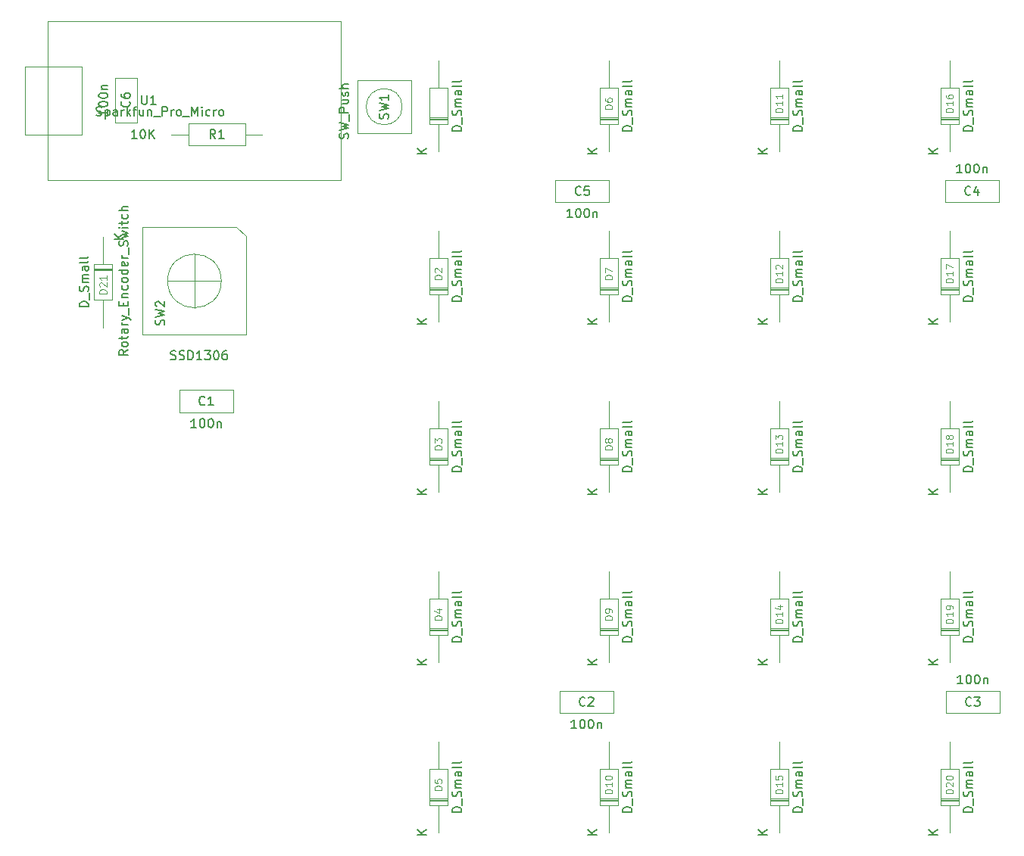
<source format=gbr>
G04 #@! TF.GenerationSoftware,KiCad,Pcbnew,(5.1.10)-1*
G04 #@! TF.CreationDate,2021-09-25T19:48:32+02:00*
G04 #@! TF.ProjectId,SheepyPad,53686565-7079-4506-9164-2e6b69636164,rev?*
G04 #@! TF.SameCoordinates,Original*
G04 #@! TF.FileFunction,Other,Fab,Top*
%FSLAX46Y46*%
G04 Gerber Fmt 4.6, Leading zero omitted, Abs format (unit mm)*
G04 Created by KiCad (PCBNEW (5.1.10)-1) date 2021-09-25 19:48:32*
%MOMM*%
%LPD*%
G01*
G04 APERTURE LIST*
%ADD10C,0.100000*%
%ADD11C,0.120000*%
%ADD12C,0.150000*%
G04 APERTURE END LIST*
D10*
X73005000Y-57070000D02*
X73005000Y-52070000D01*
X70505000Y-57070000D02*
X73005000Y-57070000D01*
X70505000Y-52070000D02*
X70505000Y-57070000D01*
X73005000Y-52070000D02*
X70505000Y-52070000D01*
X125769000Y-63520000D02*
X119769000Y-63520000D01*
X125769000Y-66020000D02*
X125769000Y-63520000D01*
X119769000Y-66020000D02*
X125769000Y-66020000D01*
X119769000Y-63520000D02*
X119769000Y-66020000D01*
X163330000Y-66020000D02*
X169330000Y-66020000D01*
X163330000Y-63520000D02*
X163330000Y-66020000D01*
X169330000Y-63520000D02*
X163330000Y-63520000D01*
X169330000Y-66020000D02*
X169330000Y-63520000D01*
X163410000Y-123170000D02*
X169410000Y-123170000D01*
X163410000Y-120670000D02*
X163410000Y-123170000D01*
X169410000Y-120670000D02*
X163410000Y-120670000D01*
X169410000Y-123170000D02*
X169410000Y-120670000D01*
X126230000Y-120670000D02*
X120230000Y-120670000D01*
X126230000Y-123170000D02*
X126230000Y-120670000D01*
X120230000Y-123170000D02*
X126230000Y-123170000D01*
X120230000Y-120670000D02*
X120230000Y-123170000D01*
X83732000Y-87015000D02*
X77732000Y-87015000D01*
X83732000Y-89515000D02*
X83732000Y-87015000D01*
X77732000Y-89515000D02*
X83732000Y-89515000D01*
X77732000Y-87015000D02*
X77732000Y-89515000D01*
X66802000Y-50800000D02*
X66802000Y-58420000D01*
X66802000Y-58420000D02*
X60452000Y-58420000D01*
X60452000Y-58420000D02*
X60452000Y-50800000D01*
X60452000Y-50800000D02*
X66802000Y-50800000D01*
X62992000Y-63500000D02*
X62992000Y-45720000D01*
X62992000Y-45720000D02*
X95758000Y-45720000D01*
X95758000Y-45720000D02*
X95758000Y-63500000D01*
X95758000Y-63500000D02*
X62992000Y-63500000D01*
X102635564Y-55320000D02*
G75*
G03*
X102635564Y-55320000I-2015564J0D01*
G01*
X103620000Y-52320000D02*
X103620000Y-55320000D01*
X97620000Y-52320000D02*
X103620000Y-52320000D01*
X97620000Y-58320000D02*
X97620000Y-52320000D01*
X103620000Y-58320000D02*
X97620000Y-58320000D01*
X103620000Y-55320000D02*
X103620000Y-58320000D01*
X86995000Y-58420000D02*
X85065000Y-58420000D01*
X76835000Y-58420000D02*
X78765000Y-58420000D01*
X85065000Y-57170000D02*
X78765000Y-57170000D01*
X85065000Y-59670000D02*
X85065000Y-57170000D01*
X78765000Y-59670000D02*
X85065000Y-59670000D01*
X78765000Y-57170000D02*
X78765000Y-59670000D01*
X70215000Y-73430000D02*
X68215000Y-73430000D01*
X70215000Y-73630000D02*
X68215000Y-73630000D01*
X70215000Y-73530000D02*
X68215000Y-73530000D01*
X69215000Y-80010000D02*
X69215000Y-76930000D01*
X69215000Y-69850000D02*
X69215000Y-72930000D01*
X70215000Y-76930000D02*
X70215000Y-72930000D01*
X68215000Y-76930000D02*
X70215000Y-76930000D01*
X68215000Y-72930000D02*
X68215000Y-76930000D01*
X70215000Y-72930000D02*
X68215000Y-72930000D01*
X143780000Y-75795000D02*
X145780000Y-75795000D01*
X143780000Y-75595000D02*
X145780000Y-75595000D01*
X143780000Y-75695000D02*
X145780000Y-75695000D01*
X144780000Y-69215000D02*
X144780000Y-72295000D01*
X144780000Y-79375000D02*
X144780000Y-76295000D01*
X143780000Y-72295000D02*
X143780000Y-76295000D01*
X145780000Y-72295000D02*
X143780000Y-72295000D01*
X145780000Y-76295000D02*
X145780000Y-72295000D01*
X143780000Y-76295000D02*
X145780000Y-76295000D01*
D11*
X82415000Y-74810000D02*
G75*
G03*
X82415000Y-74810000I-3000000J0D01*
G01*
X85215000Y-69810000D02*
X85215000Y-80810000D01*
X85215000Y-80810000D02*
X73615000Y-80810000D01*
X73615000Y-80810000D02*
X73615000Y-68810000D01*
X73615000Y-68810000D02*
X84115000Y-68810000D01*
X84115000Y-68810000D02*
X85215000Y-69810000D01*
X82415000Y-74810000D02*
X76415000Y-74810000D01*
X79415000Y-71810000D02*
X79415000Y-77810000D01*
D10*
X162830000Y-132945000D02*
X164830000Y-132945000D01*
X162830000Y-132745000D02*
X164830000Y-132745000D01*
X162830000Y-132845000D02*
X164830000Y-132845000D01*
X163830000Y-126365000D02*
X163830000Y-129445000D01*
X163830000Y-136525000D02*
X163830000Y-133445000D01*
X162830000Y-129445000D02*
X162830000Y-133445000D01*
X164830000Y-129445000D02*
X162830000Y-129445000D01*
X164830000Y-133445000D02*
X164830000Y-129445000D01*
X162830000Y-133445000D02*
X164830000Y-133445000D01*
X162830000Y-113895000D02*
X164830000Y-113895000D01*
X162830000Y-113695000D02*
X164830000Y-113695000D01*
X162830000Y-113795000D02*
X164830000Y-113795000D01*
X163830000Y-107315000D02*
X163830000Y-110395000D01*
X163830000Y-117475000D02*
X163830000Y-114395000D01*
X162830000Y-110395000D02*
X162830000Y-114395000D01*
X164830000Y-110395000D02*
X162830000Y-110395000D01*
X164830000Y-114395000D02*
X164830000Y-110395000D01*
X162830000Y-114395000D02*
X164830000Y-114395000D01*
X162830000Y-94845000D02*
X164830000Y-94845000D01*
X162830000Y-94645000D02*
X164830000Y-94645000D01*
X162830000Y-94745000D02*
X164830000Y-94745000D01*
X163830000Y-88265000D02*
X163830000Y-91345000D01*
X163830000Y-98425000D02*
X163830000Y-95345000D01*
X162830000Y-91345000D02*
X162830000Y-95345000D01*
X164830000Y-91345000D02*
X162830000Y-91345000D01*
X164830000Y-95345000D02*
X164830000Y-91345000D01*
X162830000Y-95345000D02*
X164830000Y-95345000D01*
X162830000Y-75795000D02*
X164830000Y-75795000D01*
X162830000Y-75595000D02*
X164830000Y-75595000D01*
X162830000Y-75695000D02*
X164830000Y-75695000D01*
X163830000Y-69215000D02*
X163830000Y-72295000D01*
X163830000Y-79375000D02*
X163830000Y-76295000D01*
X162830000Y-72295000D02*
X162830000Y-76295000D01*
X164830000Y-72295000D02*
X162830000Y-72295000D01*
X164830000Y-76295000D02*
X164830000Y-72295000D01*
X162830000Y-76295000D02*
X164830000Y-76295000D01*
X162830000Y-56745000D02*
X164830000Y-56745000D01*
X162830000Y-56545000D02*
X164830000Y-56545000D01*
X162830000Y-56645000D02*
X164830000Y-56645000D01*
X163830000Y-50165000D02*
X163830000Y-53245000D01*
X163830000Y-60325000D02*
X163830000Y-57245000D01*
X162830000Y-53245000D02*
X162830000Y-57245000D01*
X164830000Y-53245000D02*
X162830000Y-53245000D01*
X164830000Y-57245000D02*
X164830000Y-53245000D01*
X162830000Y-57245000D02*
X164830000Y-57245000D01*
X143780000Y-132945000D02*
X145780000Y-132945000D01*
X143780000Y-132745000D02*
X145780000Y-132745000D01*
X143780000Y-132845000D02*
X145780000Y-132845000D01*
X144780000Y-126365000D02*
X144780000Y-129445000D01*
X144780000Y-136525000D02*
X144780000Y-133445000D01*
X143780000Y-129445000D02*
X143780000Y-133445000D01*
X145780000Y-129445000D02*
X143780000Y-129445000D01*
X145780000Y-133445000D02*
X145780000Y-129445000D01*
X143780000Y-133445000D02*
X145780000Y-133445000D01*
X143780000Y-113895000D02*
X145780000Y-113895000D01*
X143780000Y-113695000D02*
X145780000Y-113695000D01*
X143780000Y-113795000D02*
X145780000Y-113795000D01*
X144780000Y-107315000D02*
X144780000Y-110395000D01*
X144780000Y-117475000D02*
X144780000Y-114395000D01*
X143780000Y-110395000D02*
X143780000Y-114395000D01*
X145780000Y-110395000D02*
X143780000Y-110395000D01*
X145780000Y-114395000D02*
X145780000Y-110395000D01*
X143780000Y-114395000D02*
X145780000Y-114395000D01*
X143780000Y-94845000D02*
X145780000Y-94845000D01*
X143780000Y-94645000D02*
X145780000Y-94645000D01*
X143780000Y-94745000D02*
X145780000Y-94745000D01*
X144780000Y-88265000D02*
X144780000Y-91345000D01*
X144780000Y-98425000D02*
X144780000Y-95345000D01*
X143780000Y-91345000D02*
X143780000Y-95345000D01*
X145780000Y-91345000D02*
X143780000Y-91345000D01*
X145780000Y-95345000D02*
X145780000Y-91345000D01*
X143780000Y-95345000D02*
X145780000Y-95345000D01*
X143780000Y-56745000D02*
X145780000Y-56745000D01*
X143780000Y-56545000D02*
X145780000Y-56545000D01*
X143780000Y-56645000D02*
X145780000Y-56645000D01*
X144780000Y-50165000D02*
X144780000Y-53245000D01*
X144780000Y-60325000D02*
X144780000Y-57245000D01*
X143780000Y-53245000D02*
X143780000Y-57245000D01*
X145780000Y-53245000D02*
X143780000Y-53245000D01*
X145780000Y-57245000D02*
X145780000Y-53245000D01*
X143780000Y-57245000D02*
X145780000Y-57245000D01*
X124730000Y-132945000D02*
X126730000Y-132945000D01*
X124730000Y-132745000D02*
X126730000Y-132745000D01*
X124730000Y-132845000D02*
X126730000Y-132845000D01*
X125730000Y-126365000D02*
X125730000Y-129445000D01*
X125730000Y-136525000D02*
X125730000Y-133445000D01*
X124730000Y-129445000D02*
X124730000Y-133445000D01*
X126730000Y-129445000D02*
X124730000Y-129445000D01*
X126730000Y-133445000D02*
X126730000Y-129445000D01*
X124730000Y-133445000D02*
X126730000Y-133445000D01*
X124730000Y-113895000D02*
X126730000Y-113895000D01*
X124730000Y-113695000D02*
X126730000Y-113695000D01*
X124730000Y-113795000D02*
X126730000Y-113795000D01*
X125730000Y-107315000D02*
X125730000Y-110395000D01*
X125730000Y-117475000D02*
X125730000Y-114395000D01*
X124730000Y-110395000D02*
X124730000Y-114395000D01*
X126730000Y-110395000D02*
X124730000Y-110395000D01*
X126730000Y-114395000D02*
X126730000Y-110395000D01*
X124730000Y-114395000D02*
X126730000Y-114395000D01*
X124730000Y-94845000D02*
X126730000Y-94845000D01*
X124730000Y-94645000D02*
X126730000Y-94645000D01*
X124730000Y-94745000D02*
X126730000Y-94745000D01*
X125730000Y-88265000D02*
X125730000Y-91345000D01*
X125730000Y-98425000D02*
X125730000Y-95345000D01*
X124730000Y-91345000D02*
X124730000Y-95345000D01*
X126730000Y-91345000D02*
X124730000Y-91345000D01*
X126730000Y-95345000D02*
X126730000Y-91345000D01*
X124730000Y-95345000D02*
X126730000Y-95345000D01*
X124730000Y-75795000D02*
X126730000Y-75795000D01*
X124730000Y-75595000D02*
X126730000Y-75595000D01*
X124730000Y-75695000D02*
X126730000Y-75695000D01*
X125730000Y-69215000D02*
X125730000Y-72295000D01*
X125730000Y-79375000D02*
X125730000Y-76295000D01*
X124730000Y-72295000D02*
X124730000Y-76295000D01*
X126730000Y-72295000D02*
X124730000Y-72295000D01*
X126730000Y-76295000D02*
X126730000Y-72295000D01*
X124730000Y-76295000D02*
X126730000Y-76295000D01*
X124730000Y-56745000D02*
X126730000Y-56745000D01*
X124730000Y-56545000D02*
X126730000Y-56545000D01*
X124730000Y-56645000D02*
X126730000Y-56645000D01*
X125730000Y-50165000D02*
X125730000Y-53245000D01*
X125730000Y-60325000D02*
X125730000Y-57245000D01*
X124730000Y-53245000D02*
X124730000Y-57245000D01*
X126730000Y-53245000D02*
X124730000Y-53245000D01*
X126730000Y-57245000D02*
X126730000Y-53245000D01*
X124730000Y-57245000D02*
X126730000Y-57245000D01*
X105680000Y-132945000D02*
X107680000Y-132945000D01*
X105680000Y-132745000D02*
X107680000Y-132745000D01*
X105680000Y-132845000D02*
X107680000Y-132845000D01*
X106680000Y-126365000D02*
X106680000Y-129445000D01*
X106680000Y-136525000D02*
X106680000Y-133445000D01*
X105680000Y-129445000D02*
X105680000Y-133445000D01*
X107680000Y-129445000D02*
X105680000Y-129445000D01*
X107680000Y-133445000D02*
X107680000Y-129445000D01*
X105680000Y-133445000D02*
X107680000Y-133445000D01*
X105680000Y-113895000D02*
X107680000Y-113895000D01*
X105680000Y-113695000D02*
X107680000Y-113695000D01*
X105680000Y-113795000D02*
X107680000Y-113795000D01*
X106680000Y-107315000D02*
X106680000Y-110395000D01*
X106680000Y-117475000D02*
X106680000Y-114395000D01*
X105680000Y-110395000D02*
X105680000Y-114395000D01*
X107680000Y-110395000D02*
X105680000Y-110395000D01*
X107680000Y-114395000D02*
X107680000Y-110395000D01*
X105680000Y-114395000D02*
X107680000Y-114395000D01*
X105680000Y-94845000D02*
X107680000Y-94845000D01*
X105680000Y-94645000D02*
X107680000Y-94645000D01*
X105680000Y-94745000D02*
X107680000Y-94745000D01*
X106680000Y-88265000D02*
X106680000Y-91345000D01*
X106680000Y-98425000D02*
X106680000Y-95345000D01*
X105680000Y-91345000D02*
X105680000Y-95345000D01*
X107680000Y-91345000D02*
X105680000Y-91345000D01*
X107680000Y-95345000D02*
X107680000Y-91345000D01*
X105680000Y-95345000D02*
X107680000Y-95345000D01*
X105680000Y-75795000D02*
X107680000Y-75795000D01*
X105680000Y-75595000D02*
X107680000Y-75595000D01*
X105680000Y-75695000D02*
X107680000Y-75695000D01*
X106680000Y-69215000D02*
X106680000Y-72295000D01*
X106680000Y-79375000D02*
X106680000Y-76295000D01*
X105680000Y-72295000D02*
X105680000Y-76295000D01*
X107680000Y-72295000D02*
X105680000Y-72295000D01*
X107680000Y-76295000D02*
X107680000Y-72295000D01*
X105680000Y-76295000D02*
X107680000Y-76295000D01*
X105680000Y-56745000D02*
X107680000Y-56745000D01*
X105680000Y-56545000D02*
X107680000Y-56545000D01*
X105680000Y-56645000D02*
X107680000Y-56645000D01*
X106680000Y-50165000D02*
X106680000Y-53245000D01*
X106680000Y-60325000D02*
X106680000Y-57245000D01*
X105680000Y-53245000D02*
X105680000Y-57245000D01*
X107680000Y-53245000D02*
X105680000Y-53245000D01*
X107680000Y-57245000D02*
X107680000Y-53245000D01*
X105680000Y-57245000D02*
X107680000Y-57245000D01*
D12*
X69707380Y-55689047D02*
X69707380Y-56260476D01*
X69707380Y-55974761D02*
X68707380Y-55974761D01*
X68850238Y-56070000D01*
X68945476Y-56165238D01*
X68993095Y-56260476D01*
X68707380Y-55070000D02*
X68707380Y-54974761D01*
X68755000Y-54879523D01*
X68802619Y-54831904D01*
X68897857Y-54784285D01*
X69088333Y-54736666D01*
X69326428Y-54736666D01*
X69516904Y-54784285D01*
X69612142Y-54831904D01*
X69659761Y-54879523D01*
X69707380Y-54974761D01*
X69707380Y-55070000D01*
X69659761Y-55165238D01*
X69612142Y-55212857D01*
X69516904Y-55260476D01*
X69326428Y-55308095D01*
X69088333Y-55308095D01*
X68897857Y-55260476D01*
X68802619Y-55212857D01*
X68755000Y-55165238D01*
X68707380Y-55070000D01*
X68707380Y-54117619D02*
X68707380Y-54022380D01*
X68755000Y-53927142D01*
X68802619Y-53879523D01*
X68897857Y-53831904D01*
X69088333Y-53784285D01*
X69326428Y-53784285D01*
X69516904Y-53831904D01*
X69612142Y-53879523D01*
X69659761Y-53927142D01*
X69707380Y-54022380D01*
X69707380Y-54117619D01*
X69659761Y-54212857D01*
X69612142Y-54260476D01*
X69516904Y-54308095D01*
X69326428Y-54355714D01*
X69088333Y-54355714D01*
X68897857Y-54308095D01*
X68802619Y-54260476D01*
X68755000Y-54212857D01*
X68707380Y-54117619D01*
X69040714Y-53355714D02*
X69707380Y-53355714D01*
X69135952Y-53355714D02*
X69088333Y-53308095D01*
X69040714Y-53212857D01*
X69040714Y-53070000D01*
X69088333Y-52974761D01*
X69183571Y-52927142D01*
X69707380Y-52927142D01*
X72112142Y-54736666D02*
X72159761Y-54784285D01*
X72207380Y-54927142D01*
X72207380Y-55022380D01*
X72159761Y-55165238D01*
X72064523Y-55260476D01*
X71969285Y-55308095D01*
X71778809Y-55355714D01*
X71635952Y-55355714D01*
X71445476Y-55308095D01*
X71350238Y-55260476D01*
X71255000Y-55165238D01*
X71207380Y-55022380D01*
X71207380Y-54927142D01*
X71255000Y-54784285D01*
X71302619Y-54736666D01*
X71207380Y-53879523D02*
X71207380Y-54070000D01*
X71255000Y-54165238D01*
X71302619Y-54212857D01*
X71445476Y-54308095D01*
X71635952Y-54355714D01*
X72016904Y-54355714D01*
X72112142Y-54308095D01*
X72159761Y-54260476D01*
X72207380Y-54165238D01*
X72207380Y-53974761D01*
X72159761Y-53879523D01*
X72112142Y-53831904D01*
X72016904Y-53784285D01*
X71778809Y-53784285D01*
X71683571Y-53831904D01*
X71635952Y-53879523D01*
X71588333Y-53974761D01*
X71588333Y-54165238D01*
X71635952Y-54260476D01*
X71683571Y-54308095D01*
X71778809Y-54355714D01*
X121649952Y-67722380D02*
X121078523Y-67722380D01*
X121364238Y-67722380D02*
X121364238Y-66722380D01*
X121269000Y-66865238D01*
X121173761Y-66960476D01*
X121078523Y-67008095D01*
X122269000Y-66722380D02*
X122364238Y-66722380D01*
X122459476Y-66770000D01*
X122507095Y-66817619D01*
X122554714Y-66912857D01*
X122602333Y-67103333D01*
X122602333Y-67341428D01*
X122554714Y-67531904D01*
X122507095Y-67627142D01*
X122459476Y-67674761D01*
X122364238Y-67722380D01*
X122269000Y-67722380D01*
X122173761Y-67674761D01*
X122126142Y-67627142D01*
X122078523Y-67531904D01*
X122030904Y-67341428D01*
X122030904Y-67103333D01*
X122078523Y-66912857D01*
X122126142Y-66817619D01*
X122173761Y-66770000D01*
X122269000Y-66722380D01*
X123221380Y-66722380D02*
X123316619Y-66722380D01*
X123411857Y-66770000D01*
X123459476Y-66817619D01*
X123507095Y-66912857D01*
X123554714Y-67103333D01*
X123554714Y-67341428D01*
X123507095Y-67531904D01*
X123459476Y-67627142D01*
X123411857Y-67674761D01*
X123316619Y-67722380D01*
X123221380Y-67722380D01*
X123126142Y-67674761D01*
X123078523Y-67627142D01*
X123030904Y-67531904D01*
X122983285Y-67341428D01*
X122983285Y-67103333D01*
X123030904Y-66912857D01*
X123078523Y-66817619D01*
X123126142Y-66770000D01*
X123221380Y-66722380D01*
X123983285Y-67055714D02*
X123983285Y-67722380D01*
X123983285Y-67150952D02*
X124030904Y-67103333D01*
X124126142Y-67055714D01*
X124269000Y-67055714D01*
X124364238Y-67103333D01*
X124411857Y-67198571D01*
X124411857Y-67722380D01*
X122602333Y-65127142D02*
X122554714Y-65174761D01*
X122411857Y-65222380D01*
X122316619Y-65222380D01*
X122173761Y-65174761D01*
X122078523Y-65079523D01*
X122030904Y-64984285D01*
X121983285Y-64793809D01*
X121983285Y-64650952D01*
X122030904Y-64460476D01*
X122078523Y-64365238D01*
X122173761Y-64270000D01*
X122316619Y-64222380D01*
X122411857Y-64222380D01*
X122554714Y-64270000D01*
X122602333Y-64317619D01*
X123507095Y-64222380D02*
X123030904Y-64222380D01*
X122983285Y-64698571D01*
X123030904Y-64650952D01*
X123126142Y-64603333D01*
X123364238Y-64603333D01*
X123459476Y-64650952D01*
X123507095Y-64698571D01*
X123554714Y-64793809D01*
X123554714Y-65031904D01*
X123507095Y-65127142D01*
X123459476Y-65174761D01*
X123364238Y-65222380D01*
X123126142Y-65222380D01*
X123030904Y-65174761D01*
X122983285Y-65127142D01*
X165210952Y-62722380D02*
X164639523Y-62722380D01*
X164925238Y-62722380D02*
X164925238Y-61722380D01*
X164830000Y-61865238D01*
X164734761Y-61960476D01*
X164639523Y-62008095D01*
X165830000Y-61722380D02*
X165925238Y-61722380D01*
X166020476Y-61770000D01*
X166068095Y-61817619D01*
X166115714Y-61912857D01*
X166163333Y-62103333D01*
X166163333Y-62341428D01*
X166115714Y-62531904D01*
X166068095Y-62627142D01*
X166020476Y-62674761D01*
X165925238Y-62722380D01*
X165830000Y-62722380D01*
X165734761Y-62674761D01*
X165687142Y-62627142D01*
X165639523Y-62531904D01*
X165591904Y-62341428D01*
X165591904Y-62103333D01*
X165639523Y-61912857D01*
X165687142Y-61817619D01*
X165734761Y-61770000D01*
X165830000Y-61722380D01*
X166782380Y-61722380D02*
X166877619Y-61722380D01*
X166972857Y-61770000D01*
X167020476Y-61817619D01*
X167068095Y-61912857D01*
X167115714Y-62103333D01*
X167115714Y-62341428D01*
X167068095Y-62531904D01*
X167020476Y-62627142D01*
X166972857Y-62674761D01*
X166877619Y-62722380D01*
X166782380Y-62722380D01*
X166687142Y-62674761D01*
X166639523Y-62627142D01*
X166591904Y-62531904D01*
X166544285Y-62341428D01*
X166544285Y-62103333D01*
X166591904Y-61912857D01*
X166639523Y-61817619D01*
X166687142Y-61770000D01*
X166782380Y-61722380D01*
X167544285Y-62055714D02*
X167544285Y-62722380D01*
X167544285Y-62150952D02*
X167591904Y-62103333D01*
X167687142Y-62055714D01*
X167830000Y-62055714D01*
X167925238Y-62103333D01*
X167972857Y-62198571D01*
X167972857Y-62722380D01*
X166163333Y-65127142D02*
X166115714Y-65174761D01*
X165972857Y-65222380D01*
X165877619Y-65222380D01*
X165734761Y-65174761D01*
X165639523Y-65079523D01*
X165591904Y-64984285D01*
X165544285Y-64793809D01*
X165544285Y-64650952D01*
X165591904Y-64460476D01*
X165639523Y-64365238D01*
X165734761Y-64270000D01*
X165877619Y-64222380D01*
X165972857Y-64222380D01*
X166115714Y-64270000D01*
X166163333Y-64317619D01*
X167020476Y-64555714D02*
X167020476Y-65222380D01*
X166782380Y-64174761D02*
X166544285Y-64889047D01*
X167163333Y-64889047D01*
X165290952Y-119872380D02*
X164719523Y-119872380D01*
X165005238Y-119872380D02*
X165005238Y-118872380D01*
X164910000Y-119015238D01*
X164814761Y-119110476D01*
X164719523Y-119158095D01*
X165910000Y-118872380D02*
X166005238Y-118872380D01*
X166100476Y-118920000D01*
X166148095Y-118967619D01*
X166195714Y-119062857D01*
X166243333Y-119253333D01*
X166243333Y-119491428D01*
X166195714Y-119681904D01*
X166148095Y-119777142D01*
X166100476Y-119824761D01*
X166005238Y-119872380D01*
X165910000Y-119872380D01*
X165814761Y-119824761D01*
X165767142Y-119777142D01*
X165719523Y-119681904D01*
X165671904Y-119491428D01*
X165671904Y-119253333D01*
X165719523Y-119062857D01*
X165767142Y-118967619D01*
X165814761Y-118920000D01*
X165910000Y-118872380D01*
X166862380Y-118872380D02*
X166957619Y-118872380D01*
X167052857Y-118920000D01*
X167100476Y-118967619D01*
X167148095Y-119062857D01*
X167195714Y-119253333D01*
X167195714Y-119491428D01*
X167148095Y-119681904D01*
X167100476Y-119777142D01*
X167052857Y-119824761D01*
X166957619Y-119872380D01*
X166862380Y-119872380D01*
X166767142Y-119824761D01*
X166719523Y-119777142D01*
X166671904Y-119681904D01*
X166624285Y-119491428D01*
X166624285Y-119253333D01*
X166671904Y-119062857D01*
X166719523Y-118967619D01*
X166767142Y-118920000D01*
X166862380Y-118872380D01*
X167624285Y-119205714D02*
X167624285Y-119872380D01*
X167624285Y-119300952D02*
X167671904Y-119253333D01*
X167767142Y-119205714D01*
X167910000Y-119205714D01*
X168005238Y-119253333D01*
X168052857Y-119348571D01*
X168052857Y-119872380D01*
X166243333Y-122277142D02*
X166195714Y-122324761D01*
X166052857Y-122372380D01*
X165957619Y-122372380D01*
X165814761Y-122324761D01*
X165719523Y-122229523D01*
X165671904Y-122134285D01*
X165624285Y-121943809D01*
X165624285Y-121800952D01*
X165671904Y-121610476D01*
X165719523Y-121515238D01*
X165814761Y-121420000D01*
X165957619Y-121372380D01*
X166052857Y-121372380D01*
X166195714Y-121420000D01*
X166243333Y-121467619D01*
X166576666Y-121372380D02*
X167195714Y-121372380D01*
X166862380Y-121753333D01*
X167005238Y-121753333D01*
X167100476Y-121800952D01*
X167148095Y-121848571D01*
X167195714Y-121943809D01*
X167195714Y-122181904D01*
X167148095Y-122277142D01*
X167100476Y-122324761D01*
X167005238Y-122372380D01*
X166719523Y-122372380D01*
X166624285Y-122324761D01*
X166576666Y-122277142D01*
X122110952Y-124872380D02*
X121539523Y-124872380D01*
X121825238Y-124872380D02*
X121825238Y-123872380D01*
X121730000Y-124015238D01*
X121634761Y-124110476D01*
X121539523Y-124158095D01*
X122730000Y-123872380D02*
X122825238Y-123872380D01*
X122920476Y-123920000D01*
X122968095Y-123967619D01*
X123015714Y-124062857D01*
X123063333Y-124253333D01*
X123063333Y-124491428D01*
X123015714Y-124681904D01*
X122968095Y-124777142D01*
X122920476Y-124824761D01*
X122825238Y-124872380D01*
X122730000Y-124872380D01*
X122634761Y-124824761D01*
X122587142Y-124777142D01*
X122539523Y-124681904D01*
X122491904Y-124491428D01*
X122491904Y-124253333D01*
X122539523Y-124062857D01*
X122587142Y-123967619D01*
X122634761Y-123920000D01*
X122730000Y-123872380D01*
X123682380Y-123872380D02*
X123777619Y-123872380D01*
X123872857Y-123920000D01*
X123920476Y-123967619D01*
X123968095Y-124062857D01*
X124015714Y-124253333D01*
X124015714Y-124491428D01*
X123968095Y-124681904D01*
X123920476Y-124777142D01*
X123872857Y-124824761D01*
X123777619Y-124872380D01*
X123682380Y-124872380D01*
X123587142Y-124824761D01*
X123539523Y-124777142D01*
X123491904Y-124681904D01*
X123444285Y-124491428D01*
X123444285Y-124253333D01*
X123491904Y-124062857D01*
X123539523Y-123967619D01*
X123587142Y-123920000D01*
X123682380Y-123872380D01*
X124444285Y-124205714D02*
X124444285Y-124872380D01*
X124444285Y-124300952D02*
X124491904Y-124253333D01*
X124587142Y-124205714D01*
X124730000Y-124205714D01*
X124825238Y-124253333D01*
X124872857Y-124348571D01*
X124872857Y-124872380D01*
X123063333Y-122277142D02*
X123015714Y-122324761D01*
X122872857Y-122372380D01*
X122777619Y-122372380D01*
X122634761Y-122324761D01*
X122539523Y-122229523D01*
X122491904Y-122134285D01*
X122444285Y-121943809D01*
X122444285Y-121800952D01*
X122491904Y-121610476D01*
X122539523Y-121515238D01*
X122634761Y-121420000D01*
X122777619Y-121372380D01*
X122872857Y-121372380D01*
X123015714Y-121420000D01*
X123063333Y-121467619D01*
X123444285Y-121467619D02*
X123491904Y-121420000D01*
X123587142Y-121372380D01*
X123825238Y-121372380D01*
X123920476Y-121420000D01*
X123968095Y-121467619D01*
X124015714Y-121562857D01*
X124015714Y-121658095D01*
X123968095Y-121800952D01*
X123396666Y-122372380D01*
X124015714Y-122372380D01*
X79612952Y-91217380D02*
X79041523Y-91217380D01*
X79327238Y-91217380D02*
X79327238Y-90217380D01*
X79232000Y-90360238D01*
X79136761Y-90455476D01*
X79041523Y-90503095D01*
X80232000Y-90217380D02*
X80327238Y-90217380D01*
X80422476Y-90265000D01*
X80470095Y-90312619D01*
X80517714Y-90407857D01*
X80565333Y-90598333D01*
X80565333Y-90836428D01*
X80517714Y-91026904D01*
X80470095Y-91122142D01*
X80422476Y-91169761D01*
X80327238Y-91217380D01*
X80232000Y-91217380D01*
X80136761Y-91169761D01*
X80089142Y-91122142D01*
X80041523Y-91026904D01*
X79993904Y-90836428D01*
X79993904Y-90598333D01*
X80041523Y-90407857D01*
X80089142Y-90312619D01*
X80136761Y-90265000D01*
X80232000Y-90217380D01*
X81184380Y-90217380D02*
X81279619Y-90217380D01*
X81374857Y-90265000D01*
X81422476Y-90312619D01*
X81470095Y-90407857D01*
X81517714Y-90598333D01*
X81517714Y-90836428D01*
X81470095Y-91026904D01*
X81422476Y-91122142D01*
X81374857Y-91169761D01*
X81279619Y-91217380D01*
X81184380Y-91217380D01*
X81089142Y-91169761D01*
X81041523Y-91122142D01*
X80993904Y-91026904D01*
X80946285Y-90836428D01*
X80946285Y-90598333D01*
X80993904Y-90407857D01*
X81041523Y-90312619D01*
X81089142Y-90265000D01*
X81184380Y-90217380D01*
X81946285Y-90550714D02*
X81946285Y-91217380D01*
X81946285Y-90645952D02*
X81993904Y-90598333D01*
X82089142Y-90550714D01*
X82232000Y-90550714D01*
X82327238Y-90598333D01*
X82374857Y-90693571D01*
X82374857Y-91217380D01*
X80565333Y-88622142D02*
X80517714Y-88669761D01*
X80374857Y-88717380D01*
X80279619Y-88717380D01*
X80136761Y-88669761D01*
X80041523Y-88574523D01*
X79993904Y-88479285D01*
X79946285Y-88288809D01*
X79946285Y-88145952D01*
X79993904Y-87955476D01*
X80041523Y-87860238D01*
X80136761Y-87765000D01*
X80279619Y-87717380D01*
X80374857Y-87717380D01*
X80517714Y-87765000D01*
X80565333Y-87812619D01*
X81517714Y-88717380D02*
X80946285Y-88717380D01*
X81232000Y-88717380D02*
X81232000Y-87717380D01*
X81136761Y-87860238D01*
X81041523Y-87955476D01*
X80946285Y-88003095D01*
X68445952Y-56284761D02*
X68588809Y-56332380D01*
X68826904Y-56332380D01*
X68922142Y-56284761D01*
X68969761Y-56237142D01*
X69017380Y-56141904D01*
X69017380Y-56046666D01*
X68969761Y-55951428D01*
X68922142Y-55903809D01*
X68826904Y-55856190D01*
X68636428Y-55808571D01*
X68541190Y-55760952D01*
X68493571Y-55713333D01*
X68445952Y-55618095D01*
X68445952Y-55522857D01*
X68493571Y-55427619D01*
X68541190Y-55380000D01*
X68636428Y-55332380D01*
X68874523Y-55332380D01*
X69017380Y-55380000D01*
X69445952Y-55665714D02*
X69445952Y-56665714D01*
X69445952Y-55713333D02*
X69541190Y-55665714D01*
X69731666Y-55665714D01*
X69826904Y-55713333D01*
X69874523Y-55760952D01*
X69922142Y-55856190D01*
X69922142Y-56141904D01*
X69874523Y-56237142D01*
X69826904Y-56284761D01*
X69731666Y-56332380D01*
X69541190Y-56332380D01*
X69445952Y-56284761D01*
X70779285Y-56332380D02*
X70779285Y-55808571D01*
X70731666Y-55713333D01*
X70636428Y-55665714D01*
X70445952Y-55665714D01*
X70350714Y-55713333D01*
X70779285Y-56284761D02*
X70684047Y-56332380D01*
X70445952Y-56332380D01*
X70350714Y-56284761D01*
X70303095Y-56189523D01*
X70303095Y-56094285D01*
X70350714Y-55999047D01*
X70445952Y-55951428D01*
X70684047Y-55951428D01*
X70779285Y-55903809D01*
X71255476Y-56332380D02*
X71255476Y-55665714D01*
X71255476Y-55856190D02*
X71303095Y-55760952D01*
X71350714Y-55713333D01*
X71445952Y-55665714D01*
X71541190Y-55665714D01*
X71874523Y-56332380D02*
X71874523Y-55332380D01*
X71969761Y-55951428D02*
X72255476Y-56332380D01*
X72255476Y-55665714D02*
X71874523Y-56046666D01*
X72541190Y-55665714D02*
X72922142Y-55665714D01*
X72684047Y-56332380D02*
X72684047Y-55475238D01*
X72731666Y-55380000D01*
X72826904Y-55332380D01*
X72922142Y-55332380D01*
X73684047Y-55665714D02*
X73684047Y-56332380D01*
X73255476Y-55665714D02*
X73255476Y-56189523D01*
X73303095Y-56284761D01*
X73398333Y-56332380D01*
X73541190Y-56332380D01*
X73636428Y-56284761D01*
X73684047Y-56237142D01*
X74160238Y-55665714D02*
X74160238Y-56332380D01*
X74160238Y-55760952D02*
X74207857Y-55713333D01*
X74303095Y-55665714D01*
X74445952Y-55665714D01*
X74541190Y-55713333D01*
X74588809Y-55808571D01*
X74588809Y-56332380D01*
X74826904Y-56427619D02*
X75588809Y-56427619D01*
X75826904Y-56332380D02*
X75826904Y-55332380D01*
X76207857Y-55332380D01*
X76303095Y-55380000D01*
X76350714Y-55427619D01*
X76398333Y-55522857D01*
X76398333Y-55665714D01*
X76350714Y-55760952D01*
X76303095Y-55808571D01*
X76207857Y-55856190D01*
X75826904Y-55856190D01*
X76826904Y-56332380D02*
X76826904Y-55665714D01*
X76826904Y-55856190D02*
X76874523Y-55760952D01*
X76922142Y-55713333D01*
X77017380Y-55665714D01*
X77112619Y-55665714D01*
X77588809Y-56332380D02*
X77493571Y-56284761D01*
X77445952Y-56237142D01*
X77398333Y-56141904D01*
X77398333Y-55856190D01*
X77445952Y-55760952D01*
X77493571Y-55713333D01*
X77588809Y-55665714D01*
X77731666Y-55665714D01*
X77826904Y-55713333D01*
X77874523Y-55760952D01*
X77922142Y-55856190D01*
X77922142Y-56141904D01*
X77874523Y-56237142D01*
X77826904Y-56284761D01*
X77731666Y-56332380D01*
X77588809Y-56332380D01*
X78112619Y-56427619D02*
X78874523Y-56427619D01*
X79112619Y-56332380D02*
X79112619Y-55332380D01*
X79445952Y-56046666D01*
X79779285Y-55332380D01*
X79779285Y-56332380D01*
X80255476Y-56332380D02*
X80255476Y-55665714D01*
X80255476Y-55332380D02*
X80207857Y-55380000D01*
X80255476Y-55427619D01*
X80303095Y-55380000D01*
X80255476Y-55332380D01*
X80255476Y-55427619D01*
X81160238Y-56284761D02*
X81065000Y-56332380D01*
X80874523Y-56332380D01*
X80779285Y-56284761D01*
X80731666Y-56237142D01*
X80684047Y-56141904D01*
X80684047Y-55856190D01*
X80731666Y-55760952D01*
X80779285Y-55713333D01*
X80874523Y-55665714D01*
X81065000Y-55665714D01*
X81160238Y-55713333D01*
X81588809Y-56332380D02*
X81588809Y-55665714D01*
X81588809Y-55856190D02*
X81636428Y-55760952D01*
X81684047Y-55713333D01*
X81779285Y-55665714D01*
X81874523Y-55665714D01*
X82350714Y-56332380D02*
X82255476Y-56284761D01*
X82207857Y-56237142D01*
X82160238Y-56141904D01*
X82160238Y-55856190D01*
X82207857Y-55760952D01*
X82255476Y-55713333D01*
X82350714Y-55665714D01*
X82493571Y-55665714D01*
X82588809Y-55713333D01*
X82636428Y-55760952D01*
X82684047Y-55856190D01*
X82684047Y-56141904D01*
X82636428Y-56237142D01*
X82588809Y-56284761D01*
X82493571Y-56332380D01*
X82350714Y-56332380D01*
X73533095Y-54062380D02*
X73533095Y-54871904D01*
X73580714Y-54967142D01*
X73628333Y-55014761D01*
X73723571Y-55062380D01*
X73914047Y-55062380D01*
X74009285Y-55014761D01*
X74056904Y-54967142D01*
X74104523Y-54871904D01*
X74104523Y-54062380D01*
X75104523Y-55062380D02*
X74533095Y-55062380D01*
X74818809Y-55062380D02*
X74818809Y-54062380D01*
X74723571Y-54205238D01*
X74628333Y-54300476D01*
X74533095Y-54348095D01*
X76758333Y-83559761D02*
X76901190Y-83607380D01*
X77139285Y-83607380D01*
X77234523Y-83559761D01*
X77282142Y-83512142D01*
X77329761Y-83416904D01*
X77329761Y-83321666D01*
X77282142Y-83226428D01*
X77234523Y-83178809D01*
X77139285Y-83131190D01*
X76948809Y-83083571D01*
X76853571Y-83035952D01*
X76805952Y-82988333D01*
X76758333Y-82893095D01*
X76758333Y-82797857D01*
X76805952Y-82702619D01*
X76853571Y-82655000D01*
X76948809Y-82607380D01*
X77186904Y-82607380D01*
X77329761Y-82655000D01*
X77710714Y-83559761D02*
X77853571Y-83607380D01*
X78091666Y-83607380D01*
X78186904Y-83559761D01*
X78234523Y-83512142D01*
X78282142Y-83416904D01*
X78282142Y-83321666D01*
X78234523Y-83226428D01*
X78186904Y-83178809D01*
X78091666Y-83131190D01*
X77901190Y-83083571D01*
X77805952Y-83035952D01*
X77758333Y-82988333D01*
X77710714Y-82893095D01*
X77710714Y-82797857D01*
X77758333Y-82702619D01*
X77805952Y-82655000D01*
X77901190Y-82607380D01*
X78139285Y-82607380D01*
X78282142Y-82655000D01*
X78710714Y-83607380D02*
X78710714Y-82607380D01*
X78948809Y-82607380D01*
X79091666Y-82655000D01*
X79186904Y-82750238D01*
X79234523Y-82845476D01*
X79282142Y-83035952D01*
X79282142Y-83178809D01*
X79234523Y-83369285D01*
X79186904Y-83464523D01*
X79091666Y-83559761D01*
X78948809Y-83607380D01*
X78710714Y-83607380D01*
X80234523Y-83607380D02*
X79663095Y-83607380D01*
X79948809Y-83607380D02*
X79948809Y-82607380D01*
X79853571Y-82750238D01*
X79758333Y-82845476D01*
X79663095Y-82893095D01*
X80567857Y-82607380D02*
X81186904Y-82607380D01*
X80853571Y-82988333D01*
X80996428Y-82988333D01*
X81091666Y-83035952D01*
X81139285Y-83083571D01*
X81186904Y-83178809D01*
X81186904Y-83416904D01*
X81139285Y-83512142D01*
X81091666Y-83559761D01*
X80996428Y-83607380D01*
X80710714Y-83607380D01*
X80615476Y-83559761D01*
X80567857Y-83512142D01*
X81805952Y-82607380D02*
X81901190Y-82607380D01*
X81996428Y-82655000D01*
X82044047Y-82702619D01*
X82091666Y-82797857D01*
X82139285Y-82988333D01*
X82139285Y-83226428D01*
X82091666Y-83416904D01*
X82044047Y-83512142D01*
X81996428Y-83559761D01*
X81901190Y-83607380D01*
X81805952Y-83607380D01*
X81710714Y-83559761D01*
X81663095Y-83512142D01*
X81615476Y-83416904D01*
X81567857Y-83226428D01*
X81567857Y-82988333D01*
X81615476Y-82797857D01*
X81663095Y-82702619D01*
X81710714Y-82655000D01*
X81805952Y-82607380D01*
X82996428Y-82607380D02*
X82805952Y-82607380D01*
X82710714Y-82655000D01*
X82663095Y-82702619D01*
X82567857Y-82845476D01*
X82520238Y-83035952D01*
X82520238Y-83416904D01*
X82567857Y-83512142D01*
X82615476Y-83559761D01*
X82710714Y-83607380D01*
X82901190Y-83607380D01*
X82996428Y-83559761D01*
X83044047Y-83512142D01*
X83091666Y-83416904D01*
X83091666Y-83178809D01*
X83044047Y-83083571D01*
X82996428Y-83035952D01*
X82901190Y-82988333D01*
X82710714Y-82988333D01*
X82615476Y-83035952D01*
X82567857Y-83083571D01*
X82520238Y-83178809D01*
X96574761Y-58867619D02*
X96622380Y-58724761D01*
X96622380Y-58486666D01*
X96574761Y-58391428D01*
X96527142Y-58343809D01*
X96431904Y-58296190D01*
X96336666Y-58296190D01*
X96241428Y-58343809D01*
X96193809Y-58391428D01*
X96146190Y-58486666D01*
X96098571Y-58677142D01*
X96050952Y-58772380D01*
X96003333Y-58820000D01*
X95908095Y-58867619D01*
X95812857Y-58867619D01*
X95717619Y-58820000D01*
X95670000Y-58772380D01*
X95622380Y-58677142D01*
X95622380Y-58439047D01*
X95670000Y-58296190D01*
X95622380Y-57962857D02*
X96622380Y-57724761D01*
X95908095Y-57534285D01*
X96622380Y-57343809D01*
X95622380Y-57105714D01*
X96717619Y-56962857D02*
X96717619Y-56200952D01*
X96622380Y-55962857D02*
X95622380Y-55962857D01*
X95622380Y-55581904D01*
X95670000Y-55486666D01*
X95717619Y-55439047D01*
X95812857Y-55391428D01*
X95955714Y-55391428D01*
X96050952Y-55439047D01*
X96098571Y-55486666D01*
X96146190Y-55581904D01*
X96146190Y-55962857D01*
X95955714Y-54534285D02*
X96622380Y-54534285D01*
X95955714Y-54962857D02*
X96479523Y-54962857D01*
X96574761Y-54915238D01*
X96622380Y-54820000D01*
X96622380Y-54677142D01*
X96574761Y-54581904D01*
X96527142Y-54534285D01*
X96574761Y-54105714D02*
X96622380Y-54010476D01*
X96622380Y-53820000D01*
X96574761Y-53724761D01*
X96479523Y-53677142D01*
X96431904Y-53677142D01*
X96336666Y-53724761D01*
X96289047Y-53820000D01*
X96289047Y-53962857D01*
X96241428Y-54058095D01*
X96146190Y-54105714D01*
X96098571Y-54105714D01*
X96003333Y-54058095D01*
X95955714Y-53962857D01*
X95955714Y-53820000D01*
X96003333Y-53724761D01*
X96622380Y-53248571D02*
X95622380Y-53248571D01*
X96622380Y-52820000D02*
X96098571Y-52820000D01*
X96003333Y-52867619D01*
X95955714Y-52962857D01*
X95955714Y-53105714D01*
X96003333Y-53200952D01*
X96050952Y-53248571D01*
X101024761Y-56653333D02*
X101072380Y-56510476D01*
X101072380Y-56272380D01*
X101024761Y-56177142D01*
X100977142Y-56129523D01*
X100881904Y-56081904D01*
X100786666Y-56081904D01*
X100691428Y-56129523D01*
X100643809Y-56177142D01*
X100596190Y-56272380D01*
X100548571Y-56462857D01*
X100500952Y-56558095D01*
X100453333Y-56605714D01*
X100358095Y-56653333D01*
X100262857Y-56653333D01*
X100167619Y-56605714D01*
X100120000Y-56558095D01*
X100072380Y-56462857D01*
X100072380Y-56224761D01*
X100120000Y-56081904D01*
X100072380Y-55748571D02*
X101072380Y-55510476D01*
X100358095Y-55320000D01*
X101072380Y-55129523D01*
X100072380Y-54891428D01*
X101072380Y-53986666D02*
X101072380Y-54558095D01*
X101072380Y-54272380D02*
X100072380Y-54272380D01*
X100215238Y-54367619D01*
X100310476Y-54462857D01*
X100358095Y-54558095D01*
X72969523Y-58872380D02*
X72398095Y-58872380D01*
X72683809Y-58872380D02*
X72683809Y-57872380D01*
X72588571Y-58015238D01*
X72493333Y-58110476D01*
X72398095Y-58158095D01*
X73588571Y-57872380D02*
X73683809Y-57872380D01*
X73779047Y-57920000D01*
X73826666Y-57967619D01*
X73874285Y-58062857D01*
X73921904Y-58253333D01*
X73921904Y-58491428D01*
X73874285Y-58681904D01*
X73826666Y-58777142D01*
X73779047Y-58824761D01*
X73683809Y-58872380D01*
X73588571Y-58872380D01*
X73493333Y-58824761D01*
X73445714Y-58777142D01*
X73398095Y-58681904D01*
X73350476Y-58491428D01*
X73350476Y-58253333D01*
X73398095Y-58062857D01*
X73445714Y-57967619D01*
X73493333Y-57920000D01*
X73588571Y-57872380D01*
X74350476Y-58872380D02*
X74350476Y-57872380D01*
X74921904Y-58872380D02*
X74493333Y-58300952D01*
X74921904Y-57872380D02*
X74350476Y-58443809D01*
X81748333Y-58872380D02*
X81415000Y-58396190D01*
X81176904Y-58872380D02*
X81176904Y-57872380D01*
X81557857Y-57872380D01*
X81653095Y-57920000D01*
X81700714Y-57967619D01*
X81748333Y-58062857D01*
X81748333Y-58205714D01*
X81700714Y-58300952D01*
X81653095Y-58348571D01*
X81557857Y-58396190D01*
X81176904Y-58396190D01*
X82700714Y-58872380D02*
X82129285Y-58872380D01*
X82415000Y-58872380D02*
X82415000Y-57872380D01*
X82319761Y-58015238D01*
X82224523Y-58110476D01*
X82129285Y-58158095D01*
X67547380Y-77691904D02*
X66547380Y-77691904D01*
X66547380Y-77453809D01*
X66595000Y-77310952D01*
X66690238Y-77215714D01*
X66785476Y-77168095D01*
X66975952Y-77120476D01*
X67118809Y-77120476D01*
X67309285Y-77168095D01*
X67404523Y-77215714D01*
X67499761Y-77310952D01*
X67547380Y-77453809D01*
X67547380Y-77691904D01*
X67642619Y-76930000D02*
X67642619Y-76168095D01*
X67499761Y-75977619D02*
X67547380Y-75834761D01*
X67547380Y-75596666D01*
X67499761Y-75501428D01*
X67452142Y-75453809D01*
X67356904Y-75406190D01*
X67261666Y-75406190D01*
X67166428Y-75453809D01*
X67118809Y-75501428D01*
X67071190Y-75596666D01*
X67023571Y-75787142D01*
X66975952Y-75882380D01*
X66928333Y-75930000D01*
X66833095Y-75977619D01*
X66737857Y-75977619D01*
X66642619Y-75930000D01*
X66595000Y-75882380D01*
X66547380Y-75787142D01*
X66547380Y-75549047D01*
X66595000Y-75406190D01*
X67547380Y-74977619D02*
X66880714Y-74977619D01*
X66975952Y-74977619D02*
X66928333Y-74930000D01*
X66880714Y-74834761D01*
X66880714Y-74691904D01*
X66928333Y-74596666D01*
X67023571Y-74549047D01*
X67547380Y-74549047D01*
X67023571Y-74549047D02*
X66928333Y-74501428D01*
X66880714Y-74406190D01*
X66880714Y-74263333D01*
X66928333Y-74168095D01*
X67023571Y-74120476D01*
X67547380Y-74120476D01*
X67547380Y-73215714D02*
X67023571Y-73215714D01*
X66928333Y-73263333D01*
X66880714Y-73358571D01*
X66880714Y-73549047D01*
X66928333Y-73644285D01*
X67499761Y-73215714D02*
X67547380Y-73310952D01*
X67547380Y-73549047D01*
X67499761Y-73644285D01*
X67404523Y-73691904D01*
X67309285Y-73691904D01*
X67214047Y-73644285D01*
X67166428Y-73549047D01*
X67166428Y-73310952D01*
X67118809Y-73215714D01*
X67547380Y-72596666D02*
X67499761Y-72691904D01*
X67404523Y-72739523D01*
X66547380Y-72739523D01*
X67547380Y-72072857D02*
X67499761Y-72168095D01*
X67404523Y-72215714D01*
X66547380Y-72215714D01*
X71467380Y-70111904D02*
X70467380Y-70111904D01*
X71467380Y-69540476D02*
X70895952Y-69969047D01*
X70467380Y-69540476D02*
X71038809Y-70111904D01*
D11*
X69576904Y-76201428D02*
X68776904Y-76201428D01*
X68776904Y-76010952D01*
X68815000Y-75896666D01*
X68891190Y-75820476D01*
X68967380Y-75782380D01*
X69119761Y-75744285D01*
X69234047Y-75744285D01*
X69386428Y-75782380D01*
X69462619Y-75820476D01*
X69538809Y-75896666D01*
X69576904Y-76010952D01*
X69576904Y-76201428D01*
X68853095Y-75439523D02*
X68815000Y-75401428D01*
X68776904Y-75325238D01*
X68776904Y-75134761D01*
X68815000Y-75058571D01*
X68853095Y-75020476D01*
X68929285Y-74982380D01*
X69005476Y-74982380D01*
X69119761Y-75020476D01*
X69576904Y-75477619D01*
X69576904Y-74982380D01*
X69576904Y-74220476D02*
X69576904Y-74677619D01*
X69576904Y-74449047D02*
X68776904Y-74449047D01*
X68891190Y-74525238D01*
X68967380Y-74601428D01*
X69005476Y-74677619D01*
D12*
X147352380Y-77056904D02*
X146352380Y-77056904D01*
X146352380Y-76818809D01*
X146400000Y-76675952D01*
X146495238Y-76580714D01*
X146590476Y-76533095D01*
X146780952Y-76485476D01*
X146923809Y-76485476D01*
X147114285Y-76533095D01*
X147209523Y-76580714D01*
X147304761Y-76675952D01*
X147352380Y-76818809D01*
X147352380Y-77056904D01*
X147447619Y-76295000D02*
X147447619Y-75533095D01*
X147304761Y-75342619D02*
X147352380Y-75199761D01*
X147352380Y-74961666D01*
X147304761Y-74866428D01*
X147257142Y-74818809D01*
X147161904Y-74771190D01*
X147066666Y-74771190D01*
X146971428Y-74818809D01*
X146923809Y-74866428D01*
X146876190Y-74961666D01*
X146828571Y-75152142D01*
X146780952Y-75247380D01*
X146733333Y-75295000D01*
X146638095Y-75342619D01*
X146542857Y-75342619D01*
X146447619Y-75295000D01*
X146400000Y-75247380D01*
X146352380Y-75152142D01*
X146352380Y-74914047D01*
X146400000Y-74771190D01*
X147352380Y-74342619D02*
X146685714Y-74342619D01*
X146780952Y-74342619D02*
X146733333Y-74295000D01*
X146685714Y-74199761D01*
X146685714Y-74056904D01*
X146733333Y-73961666D01*
X146828571Y-73914047D01*
X147352380Y-73914047D01*
X146828571Y-73914047D02*
X146733333Y-73866428D01*
X146685714Y-73771190D01*
X146685714Y-73628333D01*
X146733333Y-73533095D01*
X146828571Y-73485476D01*
X147352380Y-73485476D01*
X147352380Y-72580714D02*
X146828571Y-72580714D01*
X146733333Y-72628333D01*
X146685714Y-72723571D01*
X146685714Y-72914047D01*
X146733333Y-73009285D01*
X147304761Y-72580714D02*
X147352380Y-72675952D01*
X147352380Y-72914047D01*
X147304761Y-73009285D01*
X147209523Y-73056904D01*
X147114285Y-73056904D01*
X147019047Y-73009285D01*
X146971428Y-72914047D01*
X146971428Y-72675952D01*
X146923809Y-72580714D01*
X147352380Y-71961666D02*
X147304761Y-72056904D01*
X147209523Y-72104523D01*
X146352380Y-72104523D01*
X147352380Y-71437857D02*
X147304761Y-71533095D01*
X147209523Y-71580714D01*
X146352380Y-71580714D01*
X143432380Y-79636904D02*
X142432380Y-79636904D01*
X143432380Y-79065476D02*
X142860952Y-79494047D01*
X142432380Y-79065476D02*
X143003809Y-79636904D01*
D11*
X145141904Y-74966428D02*
X144341904Y-74966428D01*
X144341904Y-74775952D01*
X144380000Y-74661666D01*
X144456190Y-74585476D01*
X144532380Y-74547380D01*
X144684761Y-74509285D01*
X144799047Y-74509285D01*
X144951428Y-74547380D01*
X145027619Y-74585476D01*
X145103809Y-74661666D01*
X145141904Y-74775952D01*
X145141904Y-74966428D01*
X145141904Y-73747380D02*
X145141904Y-74204523D01*
X145141904Y-73975952D02*
X144341904Y-73975952D01*
X144456190Y-74052142D01*
X144532380Y-74128333D01*
X144570476Y-74204523D01*
X144418095Y-73442619D02*
X144380000Y-73404523D01*
X144341904Y-73328333D01*
X144341904Y-73137857D01*
X144380000Y-73061666D01*
X144418095Y-73023571D01*
X144494285Y-72985476D01*
X144570476Y-72985476D01*
X144684761Y-73023571D01*
X145141904Y-73480714D01*
X145141904Y-72985476D01*
D12*
X71967380Y-82524285D02*
X71491190Y-82857619D01*
X71967380Y-83095714D02*
X70967380Y-83095714D01*
X70967380Y-82714761D01*
X71015000Y-82619523D01*
X71062619Y-82571904D01*
X71157857Y-82524285D01*
X71300714Y-82524285D01*
X71395952Y-82571904D01*
X71443571Y-82619523D01*
X71491190Y-82714761D01*
X71491190Y-83095714D01*
X71967380Y-81952857D02*
X71919761Y-82048095D01*
X71872142Y-82095714D01*
X71776904Y-82143333D01*
X71491190Y-82143333D01*
X71395952Y-82095714D01*
X71348333Y-82048095D01*
X71300714Y-81952857D01*
X71300714Y-81810000D01*
X71348333Y-81714761D01*
X71395952Y-81667142D01*
X71491190Y-81619523D01*
X71776904Y-81619523D01*
X71872142Y-81667142D01*
X71919761Y-81714761D01*
X71967380Y-81810000D01*
X71967380Y-81952857D01*
X71300714Y-81333809D02*
X71300714Y-80952857D01*
X70967380Y-81190952D02*
X71824523Y-81190952D01*
X71919761Y-81143333D01*
X71967380Y-81048095D01*
X71967380Y-80952857D01*
X71967380Y-80190952D02*
X71443571Y-80190952D01*
X71348333Y-80238571D01*
X71300714Y-80333809D01*
X71300714Y-80524285D01*
X71348333Y-80619523D01*
X71919761Y-80190952D02*
X71967380Y-80286190D01*
X71967380Y-80524285D01*
X71919761Y-80619523D01*
X71824523Y-80667142D01*
X71729285Y-80667142D01*
X71634047Y-80619523D01*
X71586428Y-80524285D01*
X71586428Y-80286190D01*
X71538809Y-80190952D01*
X71967380Y-79714761D02*
X71300714Y-79714761D01*
X71491190Y-79714761D02*
X71395952Y-79667142D01*
X71348333Y-79619523D01*
X71300714Y-79524285D01*
X71300714Y-79429047D01*
X71300714Y-79190952D02*
X71967380Y-78952857D01*
X71300714Y-78714761D02*
X71967380Y-78952857D01*
X72205476Y-79048095D01*
X72253095Y-79095714D01*
X72300714Y-79190952D01*
X72062619Y-78571904D02*
X72062619Y-77810000D01*
X71443571Y-77571904D02*
X71443571Y-77238571D01*
X71967380Y-77095714D02*
X71967380Y-77571904D01*
X70967380Y-77571904D01*
X70967380Y-77095714D01*
X71300714Y-76667142D02*
X71967380Y-76667142D01*
X71395952Y-76667142D02*
X71348333Y-76619523D01*
X71300714Y-76524285D01*
X71300714Y-76381428D01*
X71348333Y-76286190D01*
X71443571Y-76238571D01*
X71967380Y-76238571D01*
X71919761Y-75333809D02*
X71967380Y-75429047D01*
X71967380Y-75619523D01*
X71919761Y-75714761D01*
X71872142Y-75762380D01*
X71776904Y-75810000D01*
X71491190Y-75810000D01*
X71395952Y-75762380D01*
X71348333Y-75714761D01*
X71300714Y-75619523D01*
X71300714Y-75429047D01*
X71348333Y-75333809D01*
X71967380Y-74762380D02*
X71919761Y-74857619D01*
X71872142Y-74905238D01*
X71776904Y-74952857D01*
X71491190Y-74952857D01*
X71395952Y-74905238D01*
X71348333Y-74857619D01*
X71300714Y-74762380D01*
X71300714Y-74619523D01*
X71348333Y-74524285D01*
X71395952Y-74476666D01*
X71491190Y-74429047D01*
X71776904Y-74429047D01*
X71872142Y-74476666D01*
X71919761Y-74524285D01*
X71967380Y-74619523D01*
X71967380Y-74762380D01*
X71967380Y-73571904D02*
X70967380Y-73571904D01*
X71919761Y-73571904D02*
X71967380Y-73667142D01*
X71967380Y-73857619D01*
X71919761Y-73952857D01*
X71872142Y-74000476D01*
X71776904Y-74048095D01*
X71491190Y-74048095D01*
X71395952Y-74000476D01*
X71348333Y-73952857D01*
X71300714Y-73857619D01*
X71300714Y-73667142D01*
X71348333Y-73571904D01*
X71919761Y-72714761D02*
X71967380Y-72810000D01*
X71967380Y-73000476D01*
X71919761Y-73095714D01*
X71824523Y-73143333D01*
X71443571Y-73143333D01*
X71348333Y-73095714D01*
X71300714Y-73000476D01*
X71300714Y-72810000D01*
X71348333Y-72714761D01*
X71443571Y-72667142D01*
X71538809Y-72667142D01*
X71634047Y-73143333D01*
X71967380Y-72238571D02*
X71300714Y-72238571D01*
X71491190Y-72238571D02*
X71395952Y-72190952D01*
X71348333Y-72143333D01*
X71300714Y-72048095D01*
X71300714Y-71952857D01*
X72062619Y-71857619D02*
X72062619Y-71095714D01*
X71919761Y-70905238D02*
X71967380Y-70762380D01*
X71967380Y-70524285D01*
X71919761Y-70429047D01*
X71872142Y-70381428D01*
X71776904Y-70333809D01*
X71681666Y-70333809D01*
X71586428Y-70381428D01*
X71538809Y-70429047D01*
X71491190Y-70524285D01*
X71443571Y-70714761D01*
X71395952Y-70810000D01*
X71348333Y-70857619D01*
X71253095Y-70905238D01*
X71157857Y-70905238D01*
X71062619Y-70857619D01*
X71015000Y-70810000D01*
X70967380Y-70714761D01*
X70967380Y-70476666D01*
X71015000Y-70333809D01*
X71300714Y-70000476D02*
X71967380Y-69810000D01*
X71491190Y-69619523D01*
X71967380Y-69429047D01*
X71300714Y-69238571D01*
X71967380Y-68857619D02*
X71300714Y-68857619D01*
X70967380Y-68857619D02*
X71015000Y-68905238D01*
X71062619Y-68857619D01*
X71015000Y-68810000D01*
X70967380Y-68857619D01*
X71062619Y-68857619D01*
X71300714Y-68524285D02*
X71300714Y-68143333D01*
X70967380Y-68381428D02*
X71824523Y-68381428D01*
X71919761Y-68333809D01*
X71967380Y-68238571D01*
X71967380Y-68143333D01*
X71919761Y-67381428D02*
X71967380Y-67476666D01*
X71967380Y-67667142D01*
X71919761Y-67762380D01*
X71872142Y-67810000D01*
X71776904Y-67857619D01*
X71491190Y-67857619D01*
X71395952Y-67810000D01*
X71348333Y-67762380D01*
X71300714Y-67667142D01*
X71300714Y-67476666D01*
X71348333Y-67381428D01*
X71967380Y-66952857D02*
X70967380Y-66952857D01*
X71967380Y-66524285D02*
X71443571Y-66524285D01*
X71348333Y-66571904D01*
X71300714Y-66667142D01*
X71300714Y-66810000D01*
X71348333Y-66905238D01*
X71395952Y-66952857D01*
X76019761Y-79743333D02*
X76067380Y-79600476D01*
X76067380Y-79362380D01*
X76019761Y-79267142D01*
X75972142Y-79219523D01*
X75876904Y-79171904D01*
X75781666Y-79171904D01*
X75686428Y-79219523D01*
X75638809Y-79267142D01*
X75591190Y-79362380D01*
X75543571Y-79552857D01*
X75495952Y-79648095D01*
X75448333Y-79695714D01*
X75353095Y-79743333D01*
X75257857Y-79743333D01*
X75162619Y-79695714D01*
X75115000Y-79648095D01*
X75067380Y-79552857D01*
X75067380Y-79314761D01*
X75115000Y-79171904D01*
X75067380Y-78838571D02*
X76067380Y-78600476D01*
X75353095Y-78410000D01*
X76067380Y-78219523D01*
X75067380Y-77981428D01*
X75162619Y-77648095D02*
X75115000Y-77600476D01*
X75067380Y-77505238D01*
X75067380Y-77267142D01*
X75115000Y-77171904D01*
X75162619Y-77124285D01*
X75257857Y-77076666D01*
X75353095Y-77076666D01*
X75495952Y-77124285D01*
X76067380Y-77695714D01*
X76067380Y-77076666D01*
X166402380Y-134206904D02*
X165402380Y-134206904D01*
X165402380Y-133968809D01*
X165450000Y-133825952D01*
X165545238Y-133730714D01*
X165640476Y-133683095D01*
X165830952Y-133635476D01*
X165973809Y-133635476D01*
X166164285Y-133683095D01*
X166259523Y-133730714D01*
X166354761Y-133825952D01*
X166402380Y-133968809D01*
X166402380Y-134206904D01*
X166497619Y-133445000D02*
X166497619Y-132683095D01*
X166354761Y-132492619D02*
X166402380Y-132349761D01*
X166402380Y-132111666D01*
X166354761Y-132016428D01*
X166307142Y-131968809D01*
X166211904Y-131921190D01*
X166116666Y-131921190D01*
X166021428Y-131968809D01*
X165973809Y-132016428D01*
X165926190Y-132111666D01*
X165878571Y-132302142D01*
X165830952Y-132397380D01*
X165783333Y-132445000D01*
X165688095Y-132492619D01*
X165592857Y-132492619D01*
X165497619Y-132445000D01*
X165450000Y-132397380D01*
X165402380Y-132302142D01*
X165402380Y-132064047D01*
X165450000Y-131921190D01*
X166402380Y-131492619D02*
X165735714Y-131492619D01*
X165830952Y-131492619D02*
X165783333Y-131445000D01*
X165735714Y-131349761D01*
X165735714Y-131206904D01*
X165783333Y-131111666D01*
X165878571Y-131064047D01*
X166402380Y-131064047D01*
X165878571Y-131064047D02*
X165783333Y-131016428D01*
X165735714Y-130921190D01*
X165735714Y-130778333D01*
X165783333Y-130683095D01*
X165878571Y-130635476D01*
X166402380Y-130635476D01*
X166402380Y-129730714D02*
X165878571Y-129730714D01*
X165783333Y-129778333D01*
X165735714Y-129873571D01*
X165735714Y-130064047D01*
X165783333Y-130159285D01*
X166354761Y-129730714D02*
X166402380Y-129825952D01*
X166402380Y-130064047D01*
X166354761Y-130159285D01*
X166259523Y-130206904D01*
X166164285Y-130206904D01*
X166069047Y-130159285D01*
X166021428Y-130064047D01*
X166021428Y-129825952D01*
X165973809Y-129730714D01*
X166402380Y-129111666D02*
X166354761Y-129206904D01*
X166259523Y-129254523D01*
X165402380Y-129254523D01*
X166402380Y-128587857D02*
X166354761Y-128683095D01*
X166259523Y-128730714D01*
X165402380Y-128730714D01*
X162482380Y-136786904D02*
X161482380Y-136786904D01*
X162482380Y-136215476D02*
X161910952Y-136644047D01*
X161482380Y-136215476D02*
X162053809Y-136786904D01*
D11*
X164191904Y-132116428D02*
X163391904Y-132116428D01*
X163391904Y-131925952D01*
X163430000Y-131811666D01*
X163506190Y-131735476D01*
X163582380Y-131697380D01*
X163734761Y-131659285D01*
X163849047Y-131659285D01*
X164001428Y-131697380D01*
X164077619Y-131735476D01*
X164153809Y-131811666D01*
X164191904Y-131925952D01*
X164191904Y-132116428D01*
X163468095Y-131354523D02*
X163430000Y-131316428D01*
X163391904Y-131240238D01*
X163391904Y-131049761D01*
X163430000Y-130973571D01*
X163468095Y-130935476D01*
X163544285Y-130897380D01*
X163620476Y-130897380D01*
X163734761Y-130935476D01*
X164191904Y-131392619D01*
X164191904Y-130897380D01*
X163391904Y-130402142D02*
X163391904Y-130325952D01*
X163430000Y-130249761D01*
X163468095Y-130211666D01*
X163544285Y-130173571D01*
X163696666Y-130135476D01*
X163887142Y-130135476D01*
X164039523Y-130173571D01*
X164115714Y-130211666D01*
X164153809Y-130249761D01*
X164191904Y-130325952D01*
X164191904Y-130402142D01*
X164153809Y-130478333D01*
X164115714Y-130516428D01*
X164039523Y-130554523D01*
X163887142Y-130592619D01*
X163696666Y-130592619D01*
X163544285Y-130554523D01*
X163468095Y-130516428D01*
X163430000Y-130478333D01*
X163391904Y-130402142D01*
D12*
X166402380Y-115156904D02*
X165402380Y-115156904D01*
X165402380Y-114918809D01*
X165450000Y-114775952D01*
X165545238Y-114680714D01*
X165640476Y-114633095D01*
X165830952Y-114585476D01*
X165973809Y-114585476D01*
X166164285Y-114633095D01*
X166259523Y-114680714D01*
X166354761Y-114775952D01*
X166402380Y-114918809D01*
X166402380Y-115156904D01*
X166497619Y-114395000D02*
X166497619Y-113633095D01*
X166354761Y-113442619D02*
X166402380Y-113299761D01*
X166402380Y-113061666D01*
X166354761Y-112966428D01*
X166307142Y-112918809D01*
X166211904Y-112871190D01*
X166116666Y-112871190D01*
X166021428Y-112918809D01*
X165973809Y-112966428D01*
X165926190Y-113061666D01*
X165878571Y-113252142D01*
X165830952Y-113347380D01*
X165783333Y-113395000D01*
X165688095Y-113442619D01*
X165592857Y-113442619D01*
X165497619Y-113395000D01*
X165450000Y-113347380D01*
X165402380Y-113252142D01*
X165402380Y-113014047D01*
X165450000Y-112871190D01*
X166402380Y-112442619D02*
X165735714Y-112442619D01*
X165830952Y-112442619D02*
X165783333Y-112395000D01*
X165735714Y-112299761D01*
X165735714Y-112156904D01*
X165783333Y-112061666D01*
X165878571Y-112014047D01*
X166402380Y-112014047D01*
X165878571Y-112014047D02*
X165783333Y-111966428D01*
X165735714Y-111871190D01*
X165735714Y-111728333D01*
X165783333Y-111633095D01*
X165878571Y-111585476D01*
X166402380Y-111585476D01*
X166402380Y-110680714D02*
X165878571Y-110680714D01*
X165783333Y-110728333D01*
X165735714Y-110823571D01*
X165735714Y-111014047D01*
X165783333Y-111109285D01*
X166354761Y-110680714D02*
X166402380Y-110775952D01*
X166402380Y-111014047D01*
X166354761Y-111109285D01*
X166259523Y-111156904D01*
X166164285Y-111156904D01*
X166069047Y-111109285D01*
X166021428Y-111014047D01*
X166021428Y-110775952D01*
X165973809Y-110680714D01*
X166402380Y-110061666D02*
X166354761Y-110156904D01*
X166259523Y-110204523D01*
X165402380Y-110204523D01*
X166402380Y-109537857D02*
X166354761Y-109633095D01*
X166259523Y-109680714D01*
X165402380Y-109680714D01*
X162482380Y-117736904D02*
X161482380Y-117736904D01*
X162482380Y-117165476D02*
X161910952Y-117594047D01*
X161482380Y-117165476D02*
X162053809Y-117736904D01*
D11*
X164191904Y-113066428D02*
X163391904Y-113066428D01*
X163391904Y-112875952D01*
X163430000Y-112761666D01*
X163506190Y-112685476D01*
X163582380Y-112647380D01*
X163734761Y-112609285D01*
X163849047Y-112609285D01*
X164001428Y-112647380D01*
X164077619Y-112685476D01*
X164153809Y-112761666D01*
X164191904Y-112875952D01*
X164191904Y-113066428D01*
X164191904Y-111847380D02*
X164191904Y-112304523D01*
X164191904Y-112075952D02*
X163391904Y-112075952D01*
X163506190Y-112152142D01*
X163582380Y-112228333D01*
X163620476Y-112304523D01*
X164191904Y-111466428D02*
X164191904Y-111314047D01*
X164153809Y-111237857D01*
X164115714Y-111199761D01*
X164001428Y-111123571D01*
X163849047Y-111085476D01*
X163544285Y-111085476D01*
X163468095Y-111123571D01*
X163430000Y-111161666D01*
X163391904Y-111237857D01*
X163391904Y-111390238D01*
X163430000Y-111466428D01*
X163468095Y-111504523D01*
X163544285Y-111542619D01*
X163734761Y-111542619D01*
X163810952Y-111504523D01*
X163849047Y-111466428D01*
X163887142Y-111390238D01*
X163887142Y-111237857D01*
X163849047Y-111161666D01*
X163810952Y-111123571D01*
X163734761Y-111085476D01*
D12*
X166402380Y-96106904D02*
X165402380Y-96106904D01*
X165402380Y-95868809D01*
X165450000Y-95725952D01*
X165545238Y-95630714D01*
X165640476Y-95583095D01*
X165830952Y-95535476D01*
X165973809Y-95535476D01*
X166164285Y-95583095D01*
X166259523Y-95630714D01*
X166354761Y-95725952D01*
X166402380Y-95868809D01*
X166402380Y-96106904D01*
X166497619Y-95345000D02*
X166497619Y-94583095D01*
X166354761Y-94392619D02*
X166402380Y-94249761D01*
X166402380Y-94011666D01*
X166354761Y-93916428D01*
X166307142Y-93868809D01*
X166211904Y-93821190D01*
X166116666Y-93821190D01*
X166021428Y-93868809D01*
X165973809Y-93916428D01*
X165926190Y-94011666D01*
X165878571Y-94202142D01*
X165830952Y-94297380D01*
X165783333Y-94345000D01*
X165688095Y-94392619D01*
X165592857Y-94392619D01*
X165497619Y-94345000D01*
X165450000Y-94297380D01*
X165402380Y-94202142D01*
X165402380Y-93964047D01*
X165450000Y-93821190D01*
X166402380Y-93392619D02*
X165735714Y-93392619D01*
X165830952Y-93392619D02*
X165783333Y-93345000D01*
X165735714Y-93249761D01*
X165735714Y-93106904D01*
X165783333Y-93011666D01*
X165878571Y-92964047D01*
X166402380Y-92964047D01*
X165878571Y-92964047D02*
X165783333Y-92916428D01*
X165735714Y-92821190D01*
X165735714Y-92678333D01*
X165783333Y-92583095D01*
X165878571Y-92535476D01*
X166402380Y-92535476D01*
X166402380Y-91630714D02*
X165878571Y-91630714D01*
X165783333Y-91678333D01*
X165735714Y-91773571D01*
X165735714Y-91964047D01*
X165783333Y-92059285D01*
X166354761Y-91630714D02*
X166402380Y-91725952D01*
X166402380Y-91964047D01*
X166354761Y-92059285D01*
X166259523Y-92106904D01*
X166164285Y-92106904D01*
X166069047Y-92059285D01*
X166021428Y-91964047D01*
X166021428Y-91725952D01*
X165973809Y-91630714D01*
X166402380Y-91011666D02*
X166354761Y-91106904D01*
X166259523Y-91154523D01*
X165402380Y-91154523D01*
X166402380Y-90487857D02*
X166354761Y-90583095D01*
X166259523Y-90630714D01*
X165402380Y-90630714D01*
X162482380Y-98686904D02*
X161482380Y-98686904D01*
X162482380Y-98115476D02*
X161910952Y-98544047D01*
X161482380Y-98115476D02*
X162053809Y-98686904D01*
D11*
X164191904Y-94016428D02*
X163391904Y-94016428D01*
X163391904Y-93825952D01*
X163430000Y-93711666D01*
X163506190Y-93635476D01*
X163582380Y-93597380D01*
X163734761Y-93559285D01*
X163849047Y-93559285D01*
X164001428Y-93597380D01*
X164077619Y-93635476D01*
X164153809Y-93711666D01*
X164191904Y-93825952D01*
X164191904Y-94016428D01*
X164191904Y-92797380D02*
X164191904Y-93254523D01*
X164191904Y-93025952D02*
X163391904Y-93025952D01*
X163506190Y-93102142D01*
X163582380Y-93178333D01*
X163620476Y-93254523D01*
X163734761Y-92340238D02*
X163696666Y-92416428D01*
X163658571Y-92454523D01*
X163582380Y-92492619D01*
X163544285Y-92492619D01*
X163468095Y-92454523D01*
X163430000Y-92416428D01*
X163391904Y-92340238D01*
X163391904Y-92187857D01*
X163430000Y-92111666D01*
X163468095Y-92073571D01*
X163544285Y-92035476D01*
X163582380Y-92035476D01*
X163658571Y-92073571D01*
X163696666Y-92111666D01*
X163734761Y-92187857D01*
X163734761Y-92340238D01*
X163772857Y-92416428D01*
X163810952Y-92454523D01*
X163887142Y-92492619D01*
X164039523Y-92492619D01*
X164115714Y-92454523D01*
X164153809Y-92416428D01*
X164191904Y-92340238D01*
X164191904Y-92187857D01*
X164153809Y-92111666D01*
X164115714Y-92073571D01*
X164039523Y-92035476D01*
X163887142Y-92035476D01*
X163810952Y-92073571D01*
X163772857Y-92111666D01*
X163734761Y-92187857D01*
D12*
X166402380Y-77056904D02*
X165402380Y-77056904D01*
X165402380Y-76818809D01*
X165450000Y-76675952D01*
X165545238Y-76580714D01*
X165640476Y-76533095D01*
X165830952Y-76485476D01*
X165973809Y-76485476D01*
X166164285Y-76533095D01*
X166259523Y-76580714D01*
X166354761Y-76675952D01*
X166402380Y-76818809D01*
X166402380Y-77056904D01*
X166497619Y-76295000D02*
X166497619Y-75533095D01*
X166354761Y-75342619D02*
X166402380Y-75199761D01*
X166402380Y-74961666D01*
X166354761Y-74866428D01*
X166307142Y-74818809D01*
X166211904Y-74771190D01*
X166116666Y-74771190D01*
X166021428Y-74818809D01*
X165973809Y-74866428D01*
X165926190Y-74961666D01*
X165878571Y-75152142D01*
X165830952Y-75247380D01*
X165783333Y-75295000D01*
X165688095Y-75342619D01*
X165592857Y-75342619D01*
X165497619Y-75295000D01*
X165450000Y-75247380D01*
X165402380Y-75152142D01*
X165402380Y-74914047D01*
X165450000Y-74771190D01*
X166402380Y-74342619D02*
X165735714Y-74342619D01*
X165830952Y-74342619D02*
X165783333Y-74295000D01*
X165735714Y-74199761D01*
X165735714Y-74056904D01*
X165783333Y-73961666D01*
X165878571Y-73914047D01*
X166402380Y-73914047D01*
X165878571Y-73914047D02*
X165783333Y-73866428D01*
X165735714Y-73771190D01*
X165735714Y-73628333D01*
X165783333Y-73533095D01*
X165878571Y-73485476D01*
X166402380Y-73485476D01*
X166402380Y-72580714D02*
X165878571Y-72580714D01*
X165783333Y-72628333D01*
X165735714Y-72723571D01*
X165735714Y-72914047D01*
X165783333Y-73009285D01*
X166354761Y-72580714D02*
X166402380Y-72675952D01*
X166402380Y-72914047D01*
X166354761Y-73009285D01*
X166259523Y-73056904D01*
X166164285Y-73056904D01*
X166069047Y-73009285D01*
X166021428Y-72914047D01*
X166021428Y-72675952D01*
X165973809Y-72580714D01*
X166402380Y-71961666D02*
X166354761Y-72056904D01*
X166259523Y-72104523D01*
X165402380Y-72104523D01*
X166402380Y-71437857D02*
X166354761Y-71533095D01*
X166259523Y-71580714D01*
X165402380Y-71580714D01*
X162482380Y-79636904D02*
X161482380Y-79636904D01*
X162482380Y-79065476D02*
X161910952Y-79494047D01*
X161482380Y-79065476D02*
X162053809Y-79636904D01*
D11*
X164191904Y-74966428D02*
X163391904Y-74966428D01*
X163391904Y-74775952D01*
X163430000Y-74661666D01*
X163506190Y-74585476D01*
X163582380Y-74547380D01*
X163734761Y-74509285D01*
X163849047Y-74509285D01*
X164001428Y-74547380D01*
X164077619Y-74585476D01*
X164153809Y-74661666D01*
X164191904Y-74775952D01*
X164191904Y-74966428D01*
X164191904Y-73747380D02*
X164191904Y-74204523D01*
X164191904Y-73975952D02*
X163391904Y-73975952D01*
X163506190Y-74052142D01*
X163582380Y-74128333D01*
X163620476Y-74204523D01*
X163391904Y-73480714D02*
X163391904Y-72947380D01*
X164191904Y-73290238D01*
D12*
X166402380Y-58006904D02*
X165402380Y-58006904D01*
X165402380Y-57768809D01*
X165450000Y-57625952D01*
X165545238Y-57530714D01*
X165640476Y-57483095D01*
X165830952Y-57435476D01*
X165973809Y-57435476D01*
X166164285Y-57483095D01*
X166259523Y-57530714D01*
X166354761Y-57625952D01*
X166402380Y-57768809D01*
X166402380Y-58006904D01*
X166497619Y-57245000D02*
X166497619Y-56483095D01*
X166354761Y-56292619D02*
X166402380Y-56149761D01*
X166402380Y-55911666D01*
X166354761Y-55816428D01*
X166307142Y-55768809D01*
X166211904Y-55721190D01*
X166116666Y-55721190D01*
X166021428Y-55768809D01*
X165973809Y-55816428D01*
X165926190Y-55911666D01*
X165878571Y-56102142D01*
X165830952Y-56197380D01*
X165783333Y-56245000D01*
X165688095Y-56292619D01*
X165592857Y-56292619D01*
X165497619Y-56245000D01*
X165450000Y-56197380D01*
X165402380Y-56102142D01*
X165402380Y-55864047D01*
X165450000Y-55721190D01*
X166402380Y-55292619D02*
X165735714Y-55292619D01*
X165830952Y-55292619D02*
X165783333Y-55245000D01*
X165735714Y-55149761D01*
X165735714Y-55006904D01*
X165783333Y-54911666D01*
X165878571Y-54864047D01*
X166402380Y-54864047D01*
X165878571Y-54864047D02*
X165783333Y-54816428D01*
X165735714Y-54721190D01*
X165735714Y-54578333D01*
X165783333Y-54483095D01*
X165878571Y-54435476D01*
X166402380Y-54435476D01*
X166402380Y-53530714D02*
X165878571Y-53530714D01*
X165783333Y-53578333D01*
X165735714Y-53673571D01*
X165735714Y-53864047D01*
X165783333Y-53959285D01*
X166354761Y-53530714D02*
X166402380Y-53625952D01*
X166402380Y-53864047D01*
X166354761Y-53959285D01*
X166259523Y-54006904D01*
X166164285Y-54006904D01*
X166069047Y-53959285D01*
X166021428Y-53864047D01*
X166021428Y-53625952D01*
X165973809Y-53530714D01*
X166402380Y-52911666D02*
X166354761Y-53006904D01*
X166259523Y-53054523D01*
X165402380Y-53054523D01*
X166402380Y-52387857D02*
X166354761Y-52483095D01*
X166259523Y-52530714D01*
X165402380Y-52530714D01*
X162482380Y-60586904D02*
X161482380Y-60586904D01*
X162482380Y-60015476D02*
X161910952Y-60444047D01*
X161482380Y-60015476D02*
X162053809Y-60586904D01*
D11*
X164191904Y-55916428D02*
X163391904Y-55916428D01*
X163391904Y-55725952D01*
X163430000Y-55611666D01*
X163506190Y-55535476D01*
X163582380Y-55497380D01*
X163734761Y-55459285D01*
X163849047Y-55459285D01*
X164001428Y-55497380D01*
X164077619Y-55535476D01*
X164153809Y-55611666D01*
X164191904Y-55725952D01*
X164191904Y-55916428D01*
X164191904Y-54697380D02*
X164191904Y-55154523D01*
X164191904Y-54925952D02*
X163391904Y-54925952D01*
X163506190Y-55002142D01*
X163582380Y-55078333D01*
X163620476Y-55154523D01*
X163391904Y-54011666D02*
X163391904Y-54164047D01*
X163430000Y-54240238D01*
X163468095Y-54278333D01*
X163582380Y-54354523D01*
X163734761Y-54392619D01*
X164039523Y-54392619D01*
X164115714Y-54354523D01*
X164153809Y-54316428D01*
X164191904Y-54240238D01*
X164191904Y-54087857D01*
X164153809Y-54011666D01*
X164115714Y-53973571D01*
X164039523Y-53935476D01*
X163849047Y-53935476D01*
X163772857Y-53973571D01*
X163734761Y-54011666D01*
X163696666Y-54087857D01*
X163696666Y-54240238D01*
X163734761Y-54316428D01*
X163772857Y-54354523D01*
X163849047Y-54392619D01*
D12*
X147352380Y-134206904D02*
X146352380Y-134206904D01*
X146352380Y-133968809D01*
X146400000Y-133825952D01*
X146495238Y-133730714D01*
X146590476Y-133683095D01*
X146780952Y-133635476D01*
X146923809Y-133635476D01*
X147114285Y-133683095D01*
X147209523Y-133730714D01*
X147304761Y-133825952D01*
X147352380Y-133968809D01*
X147352380Y-134206904D01*
X147447619Y-133445000D02*
X147447619Y-132683095D01*
X147304761Y-132492619D02*
X147352380Y-132349761D01*
X147352380Y-132111666D01*
X147304761Y-132016428D01*
X147257142Y-131968809D01*
X147161904Y-131921190D01*
X147066666Y-131921190D01*
X146971428Y-131968809D01*
X146923809Y-132016428D01*
X146876190Y-132111666D01*
X146828571Y-132302142D01*
X146780952Y-132397380D01*
X146733333Y-132445000D01*
X146638095Y-132492619D01*
X146542857Y-132492619D01*
X146447619Y-132445000D01*
X146400000Y-132397380D01*
X146352380Y-132302142D01*
X146352380Y-132064047D01*
X146400000Y-131921190D01*
X147352380Y-131492619D02*
X146685714Y-131492619D01*
X146780952Y-131492619D02*
X146733333Y-131445000D01*
X146685714Y-131349761D01*
X146685714Y-131206904D01*
X146733333Y-131111666D01*
X146828571Y-131064047D01*
X147352380Y-131064047D01*
X146828571Y-131064047D02*
X146733333Y-131016428D01*
X146685714Y-130921190D01*
X146685714Y-130778333D01*
X146733333Y-130683095D01*
X146828571Y-130635476D01*
X147352380Y-130635476D01*
X147352380Y-129730714D02*
X146828571Y-129730714D01*
X146733333Y-129778333D01*
X146685714Y-129873571D01*
X146685714Y-130064047D01*
X146733333Y-130159285D01*
X147304761Y-129730714D02*
X147352380Y-129825952D01*
X147352380Y-130064047D01*
X147304761Y-130159285D01*
X147209523Y-130206904D01*
X147114285Y-130206904D01*
X147019047Y-130159285D01*
X146971428Y-130064047D01*
X146971428Y-129825952D01*
X146923809Y-129730714D01*
X147352380Y-129111666D02*
X147304761Y-129206904D01*
X147209523Y-129254523D01*
X146352380Y-129254523D01*
X147352380Y-128587857D02*
X147304761Y-128683095D01*
X147209523Y-128730714D01*
X146352380Y-128730714D01*
X143432380Y-136786904D02*
X142432380Y-136786904D01*
X143432380Y-136215476D02*
X142860952Y-136644047D01*
X142432380Y-136215476D02*
X143003809Y-136786904D01*
D11*
X145141904Y-132116428D02*
X144341904Y-132116428D01*
X144341904Y-131925952D01*
X144380000Y-131811666D01*
X144456190Y-131735476D01*
X144532380Y-131697380D01*
X144684761Y-131659285D01*
X144799047Y-131659285D01*
X144951428Y-131697380D01*
X145027619Y-131735476D01*
X145103809Y-131811666D01*
X145141904Y-131925952D01*
X145141904Y-132116428D01*
X145141904Y-130897380D02*
X145141904Y-131354523D01*
X145141904Y-131125952D02*
X144341904Y-131125952D01*
X144456190Y-131202142D01*
X144532380Y-131278333D01*
X144570476Y-131354523D01*
X144341904Y-130173571D02*
X144341904Y-130554523D01*
X144722857Y-130592619D01*
X144684761Y-130554523D01*
X144646666Y-130478333D01*
X144646666Y-130287857D01*
X144684761Y-130211666D01*
X144722857Y-130173571D01*
X144799047Y-130135476D01*
X144989523Y-130135476D01*
X145065714Y-130173571D01*
X145103809Y-130211666D01*
X145141904Y-130287857D01*
X145141904Y-130478333D01*
X145103809Y-130554523D01*
X145065714Y-130592619D01*
D12*
X147352380Y-115156904D02*
X146352380Y-115156904D01*
X146352380Y-114918809D01*
X146400000Y-114775952D01*
X146495238Y-114680714D01*
X146590476Y-114633095D01*
X146780952Y-114585476D01*
X146923809Y-114585476D01*
X147114285Y-114633095D01*
X147209523Y-114680714D01*
X147304761Y-114775952D01*
X147352380Y-114918809D01*
X147352380Y-115156904D01*
X147447619Y-114395000D02*
X147447619Y-113633095D01*
X147304761Y-113442619D02*
X147352380Y-113299761D01*
X147352380Y-113061666D01*
X147304761Y-112966428D01*
X147257142Y-112918809D01*
X147161904Y-112871190D01*
X147066666Y-112871190D01*
X146971428Y-112918809D01*
X146923809Y-112966428D01*
X146876190Y-113061666D01*
X146828571Y-113252142D01*
X146780952Y-113347380D01*
X146733333Y-113395000D01*
X146638095Y-113442619D01*
X146542857Y-113442619D01*
X146447619Y-113395000D01*
X146400000Y-113347380D01*
X146352380Y-113252142D01*
X146352380Y-113014047D01*
X146400000Y-112871190D01*
X147352380Y-112442619D02*
X146685714Y-112442619D01*
X146780952Y-112442619D02*
X146733333Y-112395000D01*
X146685714Y-112299761D01*
X146685714Y-112156904D01*
X146733333Y-112061666D01*
X146828571Y-112014047D01*
X147352380Y-112014047D01*
X146828571Y-112014047D02*
X146733333Y-111966428D01*
X146685714Y-111871190D01*
X146685714Y-111728333D01*
X146733333Y-111633095D01*
X146828571Y-111585476D01*
X147352380Y-111585476D01*
X147352380Y-110680714D02*
X146828571Y-110680714D01*
X146733333Y-110728333D01*
X146685714Y-110823571D01*
X146685714Y-111014047D01*
X146733333Y-111109285D01*
X147304761Y-110680714D02*
X147352380Y-110775952D01*
X147352380Y-111014047D01*
X147304761Y-111109285D01*
X147209523Y-111156904D01*
X147114285Y-111156904D01*
X147019047Y-111109285D01*
X146971428Y-111014047D01*
X146971428Y-110775952D01*
X146923809Y-110680714D01*
X147352380Y-110061666D02*
X147304761Y-110156904D01*
X147209523Y-110204523D01*
X146352380Y-110204523D01*
X147352380Y-109537857D02*
X147304761Y-109633095D01*
X147209523Y-109680714D01*
X146352380Y-109680714D01*
X143432380Y-117736904D02*
X142432380Y-117736904D01*
X143432380Y-117165476D02*
X142860952Y-117594047D01*
X142432380Y-117165476D02*
X143003809Y-117736904D01*
D11*
X145141904Y-113066428D02*
X144341904Y-113066428D01*
X144341904Y-112875952D01*
X144380000Y-112761666D01*
X144456190Y-112685476D01*
X144532380Y-112647380D01*
X144684761Y-112609285D01*
X144799047Y-112609285D01*
X144951428Y-112647380D01*
X145027619Y-112685476D01*
X145103809Y-112761666D01*
X145141904Y-112875952D01*
X145141904Y-113066428D01*
X145141904Y-111847380D02*
X145141904Y-112304523D01*
X145141904Y-112075952D02*
X144341904Y-112075952D01*
X144456190Y-112152142D01*
X144532380Y-112228333D01*
X144570476Y-112304523D01*
X144608571Y-111161666D02*
X145141904Y-111161666D01*
X144303809Y-111352142D02*
X144875238Y-111542619D01*
X144875238Y-111047380D01*
D12*
X147352380Y-96106904D02*
X146352380Y-96106904D01*
X146352380Y-95868809D01*
X146400000Y-95725952D01*
X146495238Y-95630714D01*
X146590476Y-95583095D01*
X146780952Y-95535476D01*
X146923809Y-95535476D01*
X147114285Y-95583095D01*
X147209523Y-95630714D01*
X147304761Y-95725952D01*
X147352380Y-95868809D01*
X147352380Y-96106904D01*
X147447619Y-95345000D02*
X147447619Y-94583095D01*
X147304761Y-94392619D02*
X147352380Y-94249761D01*
X147352380Y-94011666D01*
X147304761Y-93916428D01*
X147257142Y-93868809D01*
X147161904Y-93821190D01*
X147066666Y-93821190D01*
X146971428Y-93868809D01*
X146923809Y-93916428D01*
X146876190Y-94011666D01*
X146828571Y-94202142D01*
X146780952Y-94297380D01*
X146733333Y-94345000D01*
X146638095Y-94392619D01*
X146542857Y-94392619D01*
X146447619Y-94345000D01*
X146400000Y-94297380D01*
X146352380Y-94202142D01*
X146352380Y-93964047D01*
X146400000Y-93821190D01*
X147352380Y-93392619D02*
X146685714Y-93392619D01*
X146780952Y-93392619D02*
X146733333Y-93345000D01*
X146685714Y-93249761D01*
X146685714Y-93106904D01*
X146733333Y-93011666D01*
X146828571Y-92964047D01*
X147352380Y-92964047D01*
X146828571Y-92964047D02*
X146733333Y-92916428D01*
X146685714Y-92821190D01*
X146685714Y-92678333D01*
X146733333Y-92583095D01*
X146828571Y-92535476D01*
X147352380Y-92535476D01*
X147352380Y-91630714D02*
X146828571Y-91630714D01*
X146733333Y-91678333D01*
X146685714Y-91773571D01*
X146685714Y-91964047D01*
X146733333Y-92059285D01*
X147304761Y-91630714D02*
X147352380Y-91725952D01*
X147352380Y-91964047D01*
X147304761Y-92059285D01*
X147209523Y-92106904D01*
X147114285Y-92106904D01*
X147019047Y-92059285D01*
X146971428Y-91964047D01*
X146971428Y-91725952D01*
X146923809Y-91630714D01*
X147352380Y-91011666D02*
X147304761Y-91106904D01*
X147209523Y-91154523D01*
X146352380Y-91154523D01*
X147352380Y-90487857D02*
X147304761Y-90583095D01*
X147209523Y-90630714D01*
X146352380Y-90630714D01*
X143432380Y-98686904D02*
X142432380Y-98686904D01*
X143432380Y-98115476D02*
X142860952Y-98544047D01*
X142432380Y-98115476D02*
X143003809Y-98686904D01*
D11*
X145141904Y-94016428D02*
X144341904Y-94016428D01*
X144341904Y-93825952D01*
X144380000Y-93711666D01*
X144456190Y-93635476D01*
X144532380Y-93597380D01*
X144684761Y-93559285D01*
X144799047Y-93559285D01*
X144951428Y-93597380D01*
X145027619Y-93635476D01*
X145103809Y-93711666D01*
X145141904Y-93825952D01*
X145141904Y-94016428D01*
X145141904Y-92797380D02*
X145141904Y-93254523D01*
X145141904Y-93025952D02*
X144341904Y-93025952D01*
X144456190Y-93102142D01*
X144532380Y-93178333D01*
X144570476Y-93254523D01*
X144341904Y-92530714D02*
X144341904Y-92035476D01*
X144646666Y-92302142D01*
X144646666Y-92187857D01*
X144684761Y-92111666D01*
X144722857Y-92073571D01*
X144799047Y-92035476D01*
X144989523Y-92035476D01*
X145065714Y-92073571D01*
X145103809Y-92111666D01*
X145141904Y-92187857D01*
X145141904Y-92416428D01*
X145103809Y-92492619D01*
X145065714Y-92530714D01*
D12*
X147352380Y-58006904D02*
X146352380Y-58006904D01*
X146352380Y-57768809D01*
X146400000Y-57625952D01*
X146495238Y-57530714D01*
X146590476Y-57483095D01*
X146780952Y-57435476D01*
X146923809Y-57435476D01*
X147114285Y-57483095D01*
X147209523Y-57530714D01*
X147304761Y-57625952D01*
X147352380Y-57768809D01*
X147352380Y-58006904D01*
X147447619Y-57245000D02*
X147447619Y-56483095D01*
X147304761Y-56292619D02*
X147352380Y-56149761D01*
X147352380Y-55911666D01*
X147304761Y-55816428D01*
X147257142Y-55768809D01*
X147161904Y-55721190D01*
X147066666Y-55721190D01*
X146971428Y-55768809D01*
X146923809Y-55816428D01*
X146876190Y-55911666D01*
X146828571Y-56102142D01*
X146780952Y-56197380D01*
X146733333Y-56245000D01*
X146638095Y-56292619D01*
X146542857Y-56292619D01*
X146447619Y-56245000D01*
X146400000Y-56197380D01*
X146352380Y-56102142D01*
X146352380Y-55864047D01*
X146400000Y-55721190D01*
X147352380Y-55292619D02*
X146685714Y-55292619D01*
X146780952Y-55292619D02*
X146733333Y-55245000D01*
X146685714Y-55149761D01*
X146685714Y-55006904D01*
X146733333Y-54911666D01*
X146828571Y-54864047D01*
X147352380Y-54864047D01*
X146828571Y-54864047D02*
X146733333Y-54816428D01*
X146685714Y-54721190D01*
X146685714Y-54578333D01*
X146733333Y-54483095D01*
X146828571Y-54435476D01*
X147352380Y-54435476D01*
X147352380Y-53530714D02*
X146828571Y-53530714D01*
X146733333Y-53578333D01*
X146685714Y-53673571D01*
X146685714Y-53864047D01*
X146733333Y-53959285D01*
X147304761Y-53530714D02*
X147352380Y-53625952D01*
X147352380Y-53864047D01*
X147304761Y-53959285D01*
X147209523Y-54006904D01*
X147114285Y-54006904D01*
X147019047Y-53959285D01*
X146971428Y-53864047D01*
X146971428Y-53625952D01*
X146923809Y-53530714D01*
X147352380Y-52911666D02*
X147304761Y-53006904D01*
X147209523Y-53054523D01*
X146352380Y-53054523D01*
X147352380Y-52387857D02*
X147304761Y-52483095D01*
X147209523Y-52530714D01*
X146352380Y-52530714D01*
X143432380Y-60586904D02*
X142432380Y-60586904D01*
X143432380Y-60015476D02*
X142860952Y-60444047D01*
X142432380Y-60015476D02*
X143003809Y-60586904D01*
D11*
X145141904Y-55916428D02*
X144341904Y-55916428D01*
X144341904Y-55725952D01*
X144380000Y-55611666D01*
X144456190Y-55535476D01*
X144532380Y-55497380D01*
X144684761Y-55459285D01*
X144799047Y-55459285D01*
X144951428Y-55497380D01*
X145027619Y-55535476D01*
X145103809Y-55611666D01*
X145141904Y-55725952D01*
X145141904Y-55916428D01*
X145141904Y-54697380D02*
X145141904Y-55154523D01*
X145141904Y-54925952D02*
X144341904Y-54925952D01*
X144456190Y-55002142D01*
X144532380Y-55078333D01*
X144570476Y-55154523D01*
X145141904Y-53935476D02*
X145141904Y-54392619D01*
X145141904Y-54164047D02*
X144341904Y-54164047D01*
X144456190Y-54240238D01*
X144532380Y-54316428D01*
X144570476Y-54392619D01*
D12*
X128302380Y-134206904D02*
X127302380Y-134206904D01*
X127302380Y-133968809D01*
X127350000Y-133825952D01*
X127445238Y-133730714D01*
X127540476Y-133683095D01*
X127730952Y-133635476D01*
X127873809Y-133635476D01*
X128064285Y-133683095D01*
X128159523Y-133730714D01*
X128254761Y-133825952D01*
X128302380Y-133968809D01*
X128302380Y-134206904D01*
X128397619Y-133445000D02*
X128397619Y-132683095D01*
X128254761Y-132492619D02*
X128302380Y-132349761D01*
X128302380Y-132111666D01*
X128254761Y-132016428D01*
X128207142Y-131968809D01*
X128111904Y-131921190D01*
X128016666Y-131921190D01*
X127921428Y-131968809D01*
X127873809Y-132016428D01*
X127826190Y-132111666D01*
X127778571Y-132302142D01*
X127730952Y-132397380D01*
X127683333Y-132445000D01*
X127588095Y-132492619D01*
X127492857Y-132492619D01*
X127397619Y-132445000D01*
X127350000Y-132397380D01*
X127302380Y-132302142D01*
X127302380Y-132064047D01*
X127350000Y-131921190D01*
X128302380Y-131492619D02*
X127635714Y-131492619D01*
X127730952Y-131492619D02*
X127683333Y-131445000D01*
X127635714Y-131349761D01*
X127635714Y-131206904D01*
X127683333Y-131111666D01*
X127778571Y-131064047D01*
X128302380Y-131064047D01*
X127778571Y-131064047D02*
X127683333Y-131016428D01*
X127635714Y-130921190D01*
X127635714Y-130778333D01*
X127683333Y-130683095D01*
X127778571Y-130635476D01*
X128302380Y-130635476D01*
X128302380Y-129730714D02*
X127778571Y-129730714D01*
X127683333Y-129778333D01*
X127635714Y-129873571D01*
X127635714Y-130064047D01*
X127683333Y-130159285D01*
X128254761Y-129730714D02*
X128302380Y-129825952D01*
X128302380Y-130064047D01*
X128254761Y-130159285D01*
X128159523Y-130206904D01*
X128064285Y-130206904D01*
X127969047Y-130159285D01*
X127921428Y-130064047D01*
X127921428Y-129825952D01*
X127873809Y-129730714D01*
X128302380Y-129111666D02*
X128254761Y-129206904D01*
X128159523Y-129254523D01*
X127302380Y-129254523D01*
X128302380Y-128587857D02*
X128254761Y-128683095D01*
X128159523Y-128730714D01*
X127302380Y-128730714D01*
X124382380Y-136786904D02*
X123382380Y-136786904D01*
X124382380Y-136215476D02*
X123810952Y-136644047D01*
X123382380Y-136215476D02*
X123953809Y-136786904D01*
D11*
X126091904Y-132116428D02*
X125291904Y-132116428D01*
X125291904Y-131925952D01*
X125330000Y-131811666D01*
X125406190Y-131735476D01*
X125482380Y-131697380D01*
X125634761Y-131659285D01*
X125749047Y-131659285D01*
X125901428Y-131697380D01*
X125977619Y-131735476D01*
X126053809Y-131811666D01*
X126091904Y-131925952D01*
X126091904Y-132116428D01*
X126091904Y-130897380D02*
X126091904Y-131354523D01*
X126091904Y-131125952D02*
X125291904Y-131125952D01*
X125406190Y-131202142D01*
X125482380Y-131278333D01*
X125520476Y-131354523D01*
X125291904Y-130402142D02*
X125291904Y-130325952D01*
X125330000Y-130249761D01*
X125368095Y-130211666D01*
X125444285Y-130173571D01*
X125596666Y-130135476D01*
X125787142Y-130135476D01*
X125939523Y-130173571D01*
X126015714Y-130211666D01*
X126053809Y-130249761D01*
X126091904Y-130325952D01*
X126091904Y-130402142D01*
X126053809Y-130478333D01*
X126015714Y-130516428D01*
X125939523Y-130554523D01*
X125787142Y-130592619D01*
X125596666Y-130592619D01*
X125444285Y-130554523D01*
X125368095Y-130516428D01*
X125330000Y-130478333D01*
X125291904Y-130402142D01*
D12*
X128302380Y-115156904D02*
X127302380Y-115156904D01*
X127302380Y-114918809D01*
X127350000Y-114775952D01*
X127445238Y-114680714D01*
X127540476Y-114633095D01*
X127730952Y-114585476D01*
X127873809Y-114585476D01*
X128064285Y-114633095D01*
X128159523Y-114680714D01*
X128254761Y-114775952D01*
X128302380Y-114918809D01*
X128302380Y-115156904D01*
X128397619Y-114395000D02*
X128397619Y-113633095D01*
X128254761Y-113442619D02*
X128302380Y-113299761D01*
X128302380Y-113061666D01*
X128254761Y-112966428D01*
X128207142Y-112918809D01*
X128111904Y-112871190D01*
X128016666Y-112871190D01*
X127921428Y-112918809D01*
X127873809Y-112966428D01*
X127826190Y-113061666D01*
X127778571Y-113252142D01*
X127730952Y-113347380D01*
X127683333Y-113395000D01*
X127588095Y-113442619D01*
X127492857Y-113442619D01*
X127397619Y-113395000D01*
X127350000Y-113347380D01*
X127302380Y-113252142D01*
X127302380Y-113014047D01*
X127350000Y-112871190D01*
X128302380Y-112442619D02*
X127635714Y-112442619D01*
X127730952Y-112442619D02*
X127683333Y-112395000D01*
X127635714Y-112299761D01*
X127635714Y-112156904D01*
X127683333Y-112061666D01*
X127778571Y-112014047D01*
X128302380Y-112014047D01*
X127778571Y-112014047D02*
X127683333Y-111966428D01*
X127635714Y-111871190D01*
X127635714Y-111728333D01*
X127683333Y-111633095D01*
X127778571Y-111585476D01*
X128302380Y-111585476D01*
X128302380Y-110680714D02*
X127778571Y-110680714D01*
X127683333Y-110728333D01*
X127635714Y-110823571D01*
X127635714Y-111014047D01*
X127683333Y-111109285D01*
X128254761Y-110680714D02*
X128302380Y-110775952D01*
X128302380Y-111014047D01*
X128254761Y-111109285D01*
X128159523Y-111156904D01*
X128064285Y-111156904D01*
X127969047Y-111109285D01*
X127921428Y-111014047D01*
X127921428Y-110775952D01*
X127873809Y-110680714D01*
X128302380Y-110061666D02*
X128254761Y-110156904D01*
X128159523Y-110204523D01*
X127302380Y-110204523D01*
X128302380Y-109537857D02*
X128254761Y-109633095D01*
X128159523Y-109680714D01*
X127302380Y-109680714D01*
X124382380Y-117736904D02*
X123382380Y-117736904D01*
X124382380Y-117165476D02*
X123810952Y-117594047D01*
X123382380Y-117165476D02*
X123953809Y-117736904D01*
D11*
X126091904Y-112685476D02*
X125291904Y-112685476D01*
X125291904Y-112495000D01*
X125330000Y-112380714D01*
X125406190Y-112304523D01*
X125482380Y-112266428D01*
X125634761Y-112228333D01*
X125749047Y-112228333D01*
X125901428Y-112266428D01*
X125977619Y-112304523D01*
X126053809Y-112380714D01*
X126091904Y-112495000D01*
X126091904Y-112685476D01*
X126091904Y-111847380D02*
X126091904Y-111695000D01*
X126053809Y-111618809D01*
X126015714Y-111580714D01*
X125901428Y-111504523D01*
X125749047Y-111466428D01*
X125444285Y-111466428D01*
X125368095Y-111504523D01*
X125330000Y-111542619D01*
X125291904Y-111618809D01*
X125291904Y-111771190D01*
X125330000Y-111847380D01*
X125368095Y-111885476D01*
X125444285Y-111923571D01*
X125634761Y-111923571D01*
X125710952Y-111885476D01*
X125749047Y-111847380D01*
X125787142Y-111771190D01*
X125787142Y-111618809D01*
X125749047Y-111542619D01*
X125710952Y-111504523D01*
X125634761Y-111466428D01*
D12*
X128302380Y-96106904D02*
X127302380Y-96106904D01*
X127302380Y-95868809D01*
X127350000Y-95725952D01*
X127445238Y-95630714D01*
X127540476Y-95583095D01*
X127730952Y-95535476D01*
X127873809Y-95535476D01*
X128064285Y-95583095D01*
X128159523Y-95630714D01*
X128254761Y-95725952D01*
X128302380Y-95868809D01*
X128302380Y-96106904D01*
X128397619Y-95345000D02*
X128397619Y-94583095D01*
X128254761Y-94392619D02*
X128302380Y-94249761D01*
X128302380Y-94011666D01*
X128254761Y-93916428D01*
X128207142Y-93868809D01*
X128111904Y-93821190D01*
X128016666Y-93821190D01*
X127921428Y-93868809D01*
X127873809Y-93916428D01*
X127826190Y-94011666D01*
X127778571Y-94202142D01*
X127730952Y-94297380D01*
X127683333Y-94345000D01*
X127588095Y-94392619D01*
X127492857Y-94392619D01*
X127397619Y-94345000D01*
X127350000Y-94297380D01*
X127302380Y-94202142D01*
X127302380Y-93964047D01*
X127350000Y-93821190D01*
X128302380Y-93392619D02*
X127635714Y-93392619D01*
X127730952Y-93392619D02*
X127683333Y-93345000D01*
X127635714Y-93249761D01*
X127635714Y-93106904D01*
X127683333Y-93011666D01*
X127778571Y-92964047D01*
X128302380Y-92964047D01*
X127778571Y-92964047D02*
X127683333Y-92916428D01*
X127635714Y-92821190D01*
X127635714Y-92678333D01*
X127683333Y-92583095D01*
X127778571Y-92535476D01*
X128302380Y-92535476D01*
X128302380Y-91630714D02*
X127778571Y-91630714D01*
X127683333Y-91678333D01*
X127635714Y-91773571D01*
X127635714Y-91964047D01*
X127683333Y-92059285D01*
X128254761Y-91630714D02*
X128302380Y-91725952D01*
X128302380Y-91964047D01*
X128254761Y-92059285D01*
X128159523Y-92106904D01*
X128064285Y-92106904D01*
X127969047Y-92059285D01*
X127921428Y-91964047D01*
X127921428Y-91725952D01*
X127873809Y-91630714D01*
X128302380Y-91011666D02*
X128254761Y-91106904D01*
X128159523Y-91154523D01*
X127302380Y-91154523D01*
X128302380Y-90487857D02*
X128254761Y-90583095D01*
X128159523Y-90630714D01*
X127302380Y-90630714D01*
X124382380Y-98686904D02*
X123382380Y-98686904D01*
X124382380Y-98115476D02*
X123810952Y-98544047D01*
X123382380Y-98115476D02*
X123953809Y-98686904D01*
D11*
X126091904Y-93635476D02*
X125291904Y-93635476D01*
X125291904Y-93445000D01*
X125330000Y-93330714D01*
X125406190Y-93254523D01*
X125482380Y-93216428D01*
X125634761Y-93178333D01*
X125749047Y-93178333D01*
X125901428Y-93216428D01*
X125977619Y-93254523D01*
X126053809Y-93330714D01*
X126091904Y-93445000D01*
X126091904Y-93635476D01*
X125634761Y-92721190D02*
X125596666Y-92797380D01*
X125558571Y-92835476D01*
X125482380Y-92873571D01*
X125444285Y-92873571D01*
X125368095Y-92835476D01*
X125330000Y-92797380D01*
X125291904Y-92721190D01*
X125291904Y-92568809D01*
X125330000Y-92492619D01*
X125368095Y-92454523D01*
X125444285Y-92416428D01*
X125482380Y-92416428D01*
X125558571Y-92454523D01*
X125596666Y-92492619D01*
X125634761Y-92568809D01*
X125634761Y-92721190D01*
X125672857Y-92797380D01*
X125710952Y-92835476D01*
X125787142Y-92873571D01*
X125939523Y-92873571D01*
X126015714Y-92835476D01*
X126053809Y-92797380D01*
X126091904Y-92721190D01*
X126091904Y-92568809D01*
X126053809Y-92492619D01*
X126015714Y-92454523D01*
X125939523Y-92416428D01*
X125787142Y-92416428D01*
X125710952Y-92454523D01*
X125672857Y-92492619D01*
X125634761Y-92568809D01*
D12*
X128302380Y-77056904D02*
X127302380Y-77056904D01*
X127302380Y-76818809D01*
X127350000Y-76675952D01*
X127445238Y-76580714D01*
X127540476Y-76533095D01*
X127730952Y-76485476D01*
X127873809Y-76485476D01*
X128064285Y-76533095D01*
X128159523Y-76580714D01*
X128254761Y-76675952D01*
X128302380Y-76818809D01*
X128302380Y-77056904D01*
X128397619Y-76295000D02*
X128397619Y-75533095D01*
X128254761Y-75342619D02*
X128302380Y-75199761D01*
X128302380Y-74961666D01*
X128254761Y-74866428D01*
X128207142Y-74818809D01*
X128111904Y-74771190D01*
X128016666Y-74771190D01*
X127921428Y-74818809D01*
X127873809Y-74866428D01*
X127826190Y-74961666D01*
X127778571Y-75152142D01*
X127730952Y-75247380D01*
X127683333Y-75295000D01*
X127588095Y-75342619D01*
X127492857Y-75342619D01*
X127397619Y-75295000D01*
X127350000Y-75247380D01*
X127302380Y-75152142D01*
X127302380Y-74914047D01*
X127350000Y-74771190D01*
X128302380Y-74342619D02*
X127635714Y-74342619D01*
X127730952Y-74342619D02*
X127683333Y-74295000D01*
X127635714Y-74199761D01*
X127635714Y-74056904D01*
X127683333Y-73961666D01*
X127778571Y-73914047D01*
X128302380Y-73914047D01*
X127778571Y-73914047D02*
X127683333Y-73866428D01*
X127635714Y-73771190D01*
X127635714Y-73628333D01*
X127683333Y-73533095D01*
X127778571Y-73485476D01*
X128302380Y-73485476D01*
X128302380Y-72580714D02*
X127778571Y-72580714D01*
X127683333Y-72628333D01*
X127635714Y-72723571D01*
X127635714Y-72914047D01*
X127683333Y-73009285D01*
X128254761Y-72580714D02*
X128302380Y-72675952D01*
X128302380Y-72914047D01*
X128254761Y-73009285D01*
X128159523Y-73056904D01*
X128064285Y-73056904D01*
X127969047Y-73009285D01*
X127921428Y-72914047D01*
X127921428Y-72675952D01*
X127873809Y-72580714D01*
X128302380Y-71961666D02*
X128254761Y-72056904D01*
X128159523Y-72104523D01*
X127302380Y-72104523D01*
X128302380Y-71437857D02*
X128254761Y-71533095D01*
X128159523Y-71580714D01*
X127302380Y-71580714D01*
X124382380Y-79636904D02*
X123382380Y-79636904D01*
X124382380Y-79065476D02*
X123810952Y-79494047D01*
X123382380Y-79065476D02*
X123953809Y-79636904D01*
D11*
X126091904Y-74585476D02*
X125291904Y-74585476D01*
X125291904Y-74395000D01*
X125330000Y-74280714D01*
X125406190Y-74204523D01*
X125482380Y-74166428D01*
X125634761Y-74128333D01*
X125749047Y-74128333D01*
X125901428Y-74166428D01*
X125977619Y-74204523D01*
X126053809Y-74280714D01*
X126091904Y-74395000D01*
X126091904Y-74585476D01*
X125291904Y-73861666D02*
X125291904Y-73328333D01*
X126091904Y-73671190D01*
D12*
X128302380Y-58006904D02*
X127302380Y-58006904D01*
X127302380Y-57768809D01*
X127350000Y-57625952D01*
X127445238Y-57530714D01*
X127540476Y-57483095D01*
X127730952Y-57435476D01*
X127873809Y-57435476D01*
X128064285Y-57483095D01*
X128159523Y-57530714D01*
X128254761Y-57625952D01*
X128302380Y-57768809D01*
X128302380Y-58006904D01*
X128397619Y-57245000D02*
X128397619Y-56483095D01*
X128254761Y-56292619D02*
X128302380Y-56149761D01*
X128302380Y-55911666D01*
X128254761Y-55816428D01*
X128207142Y-55768809D01*
X128111904Y-55721190D01*
X128016666Y-55721190D01*
X127921428Y-55768809D01*
X127873809Y-55816428D01*
X127826190Y-55911666D01*
X127778571Y-56102142D01*
X127730952Y-56197380D01*
X127683333Y-56245000D01*
X127588095Y-56292619D01*
X127492857Y-56292619D01*
X127397619Y-56245000D01*
X127350000Y-56197380D01*
X127302380Y-56102142D01*
X127302380Y-55864047D01*
X127350000Y-55721190D01*
X128302380Y-55292619D02*
X127635714Y-55292619D01*
X127730952Y-55292619D02*
X127683333Y-55245000D01*
X127635714Y-55149761D01*
X127635714Y-55006904D01*
X127683333Y-54911666D01*
X127778571Y-54864047D01*
X128302380Y-54864047D01*
X127778571Y-54864047D02*
X127683333Y-54816428D01*
X127635714Y-54721190D01*
X127635714Y-54578333D01*
X127683333Y-54483095D01*
X127778571Y-54435476D01*
X128302380Y-54435476D01*
X128302380Y-53530714D02*
X127778571Y-53530714D01*
X127683333Y-53578333D01*
X127635714Y-53673571D01*
X127635714Y-53864047D01*
X127683333Y-53959285D01*
X128254761Y-53530714D02*
X128302380Y-53625952D01*
X128302380Y-53864047D01*
X128254761Y-53959285D01*
X128159523Y-54006904D01*
X128064285Y-54006904D01*
X127969047Y-53959285D01*
X127921428Y-53864047D01*
X127921428Y-53625952D01*
X127873809Y-53530714D01*
X128302380Y-52911666D02*
X128254761Y-53006904D01*
X128159523Y-53054523D01*
X127302380Y-53054523D01*
X128302380Y-52387857D02*
X128254761Y-52483095D01*
X128159523Y-52530714D01*
X127302380Y-52530714D01*
X124382380Y-60586904D02*
X123382380Y-60586904D01*
X124382380Y-60015476D02*
X123810952Y-60444047D01*
X123382380Y-60015476D02*
X123953809Y-60586904D01*
D11*
X126091904Y-55535476D02*
X125291904Y-55535476D01*
X125291904Y-55345000D01*
X125330000Y-55230714D01*
X125406190Y-55154523D01*
X125482380Y-55116428D01*
X125634761Y-55078333D01*
X125749047Y-55078333D01*
X125901428Y-55116428D01*
X125977619Y-55154523D01*
X126053809Y-55230714D01*
X126091904Y-55345000D01*
X126091904Y-55535476D01*
X125291904Y-54392619D02*
X125291904Y-54545000D01*
X125330000Y-54621190D01*
X125368095Y-54659285D01*
X125482380Y-54735476D01*
X125634761Y-54773571D01*
X125939523Y-54773571D01*
X126015714Y-54735476D01*
X126053809Y-54697380D01*
X126091904Y-54621190D01*
X126091904Y-54468809D01*
X126053809Y-54392619D01*
X126015714Y-54354523D01*
X125939523Y-54316428D01*
X125749047Y-54316428D01*
X125672857Y-54354523D01*
X125634761Y-54392619D01*
X125596666Y-54468809D01*
X125596666Y-54621190D01*
X125634761Y-54697380D01*
X125672857Y-54735476D01*
X125749047Y-54773571D01*
D12*
X109252380Y-134206904D02*
X108252380Y-134206904D01*
X108252380Y-133968809D01*
X108300000Y-133825952D01*
X108395238Y-133730714D01*
X108490476Y-133683095D01*
X108680952Y-133635476D01*
X108823809Y-133635476D01*
X109014285Y-133683095D01*
X109109523Y-133730714D01*
X109204761Y-133825952D01*
X109252380Y-133968809D01*
X109252380Y-134206904D01*
X109347619Y-133445000D02*
X109347619Y-132683095D01*
X109204761Y-132492619D02*
X109252380Y-132349761D01*
X109252380Y-132111666D01*
X109204761Y-132016428D01*
X109157142Y-131968809D01*
X109061904Y-131921190D01*
X108966666Y-131921190D01*
X108871428Y-131968809D01*
X108823809Y-132016428D01*
X108776190Y-132111666D01*
X108728571Y-132302142D01*
X108680952Y-132397380D01*
X108633333Y-132445000D01*
X108538095Y-132492619D01*
X108442857Y-132492619D01*
X108347619Y-132445000D01*
X108300000Y-132397380D01*
X108252380Y-132302142D01*
X108252380Y-132064047D01*
X108300000Y-131921190D01*
X109252380Y-131492619D02*
X108585714Y-131492619D01*
X108680952Y-131492619D02*
X108633333Y-131445000D01*
X108585714Y-131349761D01*
X108585714Y-131206904D01*
X108633333Y-131111666D01*
X108728571Y-131064047D01*
X109252380Y-131064047D01*
X108728571Y-131064047D02*
X108633333Y-131016428D01*
X108585714Y-130921190D01*
X108585714Y-130778333D01*
X108633333Y-130683095D01*
X108728571Y-130635476D01*
X109252380Y-130635476D01*
X109252380Y-129730714D02*
X108728571Y-129730714D01*
X108633333Y-129778333D01*
X108585714Y-129873571D01*
X108585714Y-130064047D01*
X108633333Y-130159285D01*
X109204761Y-129730714D02*
X109252380Y-129825952D01*
X109252380Y-130064047D01*
X109204761Y-130159285D01*
X109109523Y-130206904D01*
X109014285Y-130206904D01*
X108919047Y-130159285D01*
X108871428Y-130064047D01*
X108871428Y-129825952D01*
X108823809Y-129730714D01*
X109252380Y-129111666D02*
X109204761Y-129206904D01*
X109109523Y-129254523D01*
X108252380Y-129254523D01*
X109252380Y-128587857D02*
X109204761Y-128683095D01*
X109109523Y-128730714D01*
X108252380Y-128730714D01*
X105332380Y-136786904D02*
X104332380Y-136786904D01*
X105332380Y-136215476D02*
X104760952Y-136644047D01*
X104332380Y-136215476D02*
X104903809Y-136786904D01*
D11*
X107041904Y-131735476D02*
X106241904Y-131735476D01*
X106241904Y-131545000D01*
X106280000Y-131430714D01*
X106356190Y-131354523D01*
X106432380Y-131316428D01*
X106584761Y-131278333D01*
X106699047Y-131278333D01*
X106851428Y-131316428D01*
X106927619Y-131354523D01*
X107003809Y-131430714D01*
X107041904Y-131545000D01*
X107041904Y-131735476D01*
X106241904Y-130554523D02*
X106241904Y-130935476D01*
X106622857Y-130973571D01*
X106584761Y-130935476D01*
X106546666Y-130859285D01*
X106546666Y-130668809D01*
X106584761Y-130592619D01*
X106622857Y-130554523D01*
X106699047Y-130516428D01*
X106889523Y-130516428D01*
X106965714Y-130554523D01*
X107003809Y-130592619D01*
X107041904Y-130668809D01*
X107041904Y-130859285D01*
X107003809Y-130935476D01*
X106965714Y-130973571D01*
D12*
X109252380Y-115156904D02*
X108252380Y-115156904D01*
X108252380Y-114918809D01*
X108300000Y-114775952D01*
X108395238Y-114680714D01*
X108490476Y-114633095D01*
X108680952Y-114585476D01*
X108823809Y-114585476D01*
X109014285Y-114633095D01*
X109109523Y-114680714D01*
X109204761Y-114775952D01*
X109252380Y-114918809D01*
X109252380Y-115156904D01*
X109347619Y-114395000D02*
X109347619Y-113633095D01*
X109204761Y-113442619D02*
X109252380Y-113299761D01*
X109252380Y-113061666D01*
X109204761Y-112966428D01*
X109157142Y-112918809D01*
X109061904Y-112871190D01*
X108966666Y-112871190D01*
X108871428Y-112918809D01*
X108823809Y-112966428D01*
X108776190Y-113061666D01*
X108728571Y-113252142D01*
X108680952Y-113347380D01*
X108633333Y-113395000D01*
X108538095Y-113442619D01*
X108442857Y-113442619D01*
X108347619Y-113395000D01*
X108300000Y-113347380D01*
X108252380Y-113252142D01*
X108252380Y-113014047D01*
X108300000Y-112871190D01*
X109252380Y-112442619D02*
X108585714Y-112442619D01*
X108680952Y-112442619D02*
X108633333Y-112395000D01*
X108585714Y-112299761D01*
X108585714Y-112156904D01*
X108633333Y-112061666D01*
X108728571Y-112014047D01*
X109252380Y-112014047D01*
X108728571Y-112014047D02*
X108633333Y-111966428D01*
X108585714Y-111871190D01*
X108585714Y-111728333D01*
X108633333Y-111633095D01*
X108728571Y-111585476D01*
X109252380Y-111585476D01*
X109252380Y-110680714D02*
X108728571Y-110680714D01*
X108633333Y-110728333D01*
X108585714Y-110823571D01*
X108585714Y-111014047D01*
X108633333Y-111109285D01*
X109204761Y-110680714D02*
X109252380Y-110775952D01*
X109252380Y-111014047D01*
X109204761Y-111109285D01*
X109109523Y-111156904D01*
X109014285Y-111156904D01*
X108919047Y-111109285D01*
X108871428Y-111014047D01*
X108871428Y-110775952D01*
X108823809Y-110680714D01*
X109252380Y-110061666D02*
X109204761Y-110156904D01*
X109109523Y-110204523D01*
X108252380Y-110204523D01*
X109252380Y-109537857D02*
X109204761Y-109633095D01*
X109109523Y-109680714D01*
X108252380Y-109680714D01*
X105332380Y-117736904D02*
X104332380Y-117736904D01*
X105332380Y-117165476D02*
X104760952Y-117594047D01*
X104332380Y-117165476D02*
X104903809Y-117736904D01*
D11*
X107041904Y-112685476D02*
X106241904Y-112685476D01*
X106241904Y-112495000D01*
X106280000Y-112380714D01*
X106356190Y-112304523D01*
X106432380Y-112266428D01*
X106584761Y-112228333D01*
X106699047Y-112228333D01*
X106851428Y-112266428D01*
X106927619Y-112304523D01*
X107003809Y-112380714D01*
X107041904Y-112495000D01*
X107041904Y-112685476D01*
X106508571Y-111542619D02*
X107041904Y-111542619D01*
X106203809Y-111733095D02*
X106775238Y-111923571D01*
X106775238Y-111428333D01*
D12*
X109252380Y-96106904D02*
X108252380Y-96106904D01*
X108252380Y-95868809D01*
X108300000Y-95725952D01*
X108395238Y-95630714D01*
X108490476Y-95583095D01*
X108680952Y-95535476D01*
X108823809Y-95535476D01*
X109014285Y-95583095D01*
X109109523Y-95630714D01*
X109204761Y-95725952D01*
X109252380Y-95868809D01*
X109252380Y-96106904D01*
X109347619Y-95345000D02*
X109347619Y-94583095D01*
X109204761Y-94392619D02*
X109252380Y-94249761D01*
X109252380Y-94011666D01*
X109204761Y-93916428D01*
X109157142Y-93868809D01*
X109061904Y-93821190D01*
X108966666Y-93821190D01*
X108871428Y-93868809D01*
X108823809Y-93916428D01*
X108776190Y-94011666D01*
X108728571Y-94202142D01*
X108680952Y-94297380D01*
X108633333Y-94345000D01*
X108538095Y-94392619D01*
X108442857Y-94392619D01*
X108347619Y-94345000D01*
X108300000Y-94297380D01*
X108252380Y-94202142D01*
X108252380Y-93964047D01*
X108300000Y-93821190D01*
X109252380Y-93392619D02*
X108585714Y-93392619D01*
X108680952Y-93392619D02*
X108633333Y-93345000D01*
X108585714Y-93249761D01*
X108585714Y-93106904D01*
X108633333Y-93011666D01*
X108728571Y-92964047D01*
X109252380Y-92964047D01*
X108728571Y-92964047D02*
X108633333Y-92916428D01*
X108585714Y-92821190D01*
X108585714Y-92678333D01*
X108633333Y-92583095D01*
X108728571Y-92535476D01*
X109252380Y-92535476D01*
X109252380Y-91630714D02*
X108728571Y-91630714D01*
X108633333Y-91678333D01*
X108585714Y-91773571D01*
X108585714Y-91964047D01*
X108633333Y-92059285D01*
X109204761Y-91630714D02*
X109252380Y-91725952D01*
X109252380Y-91964047D01*
X109204761Y-92059285D01*
X109109523Y-92106904D01*
X109014285Y-92106904D01*
X108919047Y-92059285D01*
X108871428Y-91964047D01*
X108871428Y-91725952D01*
X108823809Y-91630714D01*
X109252380Y-91011666D02*
X109204761Y-91106904D01*
X109109523Y-91154523D01*
X108252380Y-91154523D01*
X109252380Y-90487857D02*
X109204761Y-90583095D01*
X109109523Y-90630714D01*
X108252380Y-90630714D01*
X105332380Y-98686904D02*
X104332380Y-98686904D01*
X105332380Y-98115476D02*
X104760952Y-98544047D01*
X104332380Y-98115476D02*
X104903809Y-98686904D01*
D11*
X107041904Y-93635476D02*
X106241904Y-93635476D01*
X106241904Y-93445000D01*
X106280000Y-93330714D01*
X106356190Y-93254523D01*
X106432380Y-93216428D01*
X106584761Y-93178333D01*
X106699047Y-93178333D01*
X106851428Y-93216428D01*
X106927619Y-93254523D01*
X107003809Y-93330714D01*
X107041904Y-93445000D01*
X107041904Y-93635476D01*
X106241904Y-92911666D02*
X106241904Y-92416428D01*
X106546666Y-92683095D01*
X106546666Y-92568809D01*
X106584761Y-92492619D01*
X106622857Y-92454523D01*
X106699047Y-92416428D01*
X106889523Y-92416428D01*
X106965714Y-92454523D01*
X107003809Y-92492619D01*
X107041904Y-92568809D01*
X107041904Y-92797380D01*
X107003809Y-92873571D01*
X106965714Y-92911666D01*
D12*
X109252380Y-77056904D02*
X108252380Y-77056904D01*
X108252380Y-76818809D01*
X108300000Y-76675952D01*
X108395238Y-76580714D01*
X108490476Y-76533095D01*
X108680952Y-76485476D01*
X108823809Y-76485476D01*
X109014285Y-76533095D01*
X109109523Y-76580714D01*
X109204761Y-76675952D01*
X109252380Y-76818809D01*
X109252380Y-77056904D01*
X109347619Y-76295000D02*
X109347619Y-75533095D01*
X109204761Y-75342619D02*
X109252380Y-75199761D01*
X109252380Y-74961666D01*
X109204761Y-74866428D01*
X109157142Y-74818809D01*
X109061904Y-74771190D01*
X108966666Y-74771190D01*
X108871428Y-74818809D01*
X108823809Y-74866428D01*
X108776190Y-74961666D01*
X108728571Y-75152142D01*
X108680952Y-75247380D01*
X108633333Y-75295000D01*
X108538095Y-75342619D01*
X108442857Y-75342619D01*
X108347619Y-75295000D01*
X108300000Y-75247380D01*
X108252380Y-75152142D01*
X108252380Y-74914047D01*
X108300000Y-74771190D01*
X109252380Y-74342619D02*
X108585714Y-74342619D01*
X108680952Y-74342619D02*
X108633333Y-74295000D01*
X108585714Y-74199761D01*
X108585714Y-74056904D01*
X108633333Y-73961666D01*
X108728571Y-73914047D01*
X109252380Y-73914047D01*
X108728571Y-73914047D02*
X108633333Y-73866428D01*
X108585714Y-73771190D01*
X108585714Y-73628333D01*
X108633333Y-73533095D01*
X108728571Y-73485476D01*
X109252380Y-73485476D01*
X109252380Y-72580714D02*
X108728571Y-72580714D01*
X108633333Y-72628333D01*
X108585714Y-72723571D01*
X108585714Y-72914047D01*
X108633333Y-73009285D01*
X109204761Y-72580714D02*
X109252380Y-72675952D01*
X109252380Y-72914047D01*
X109204761Y-73009285D01*
X109109523Y-73056904D01*
X109014285Y-73056904D01*
X108919047Y-73009285D01*
X108871428Y-72914047D01*
X108871428Y-72675952D01*
X108823809Y-72580714D01*
X109252380Y-71961666D02*
X109204761Y-72056904D01*
X109109523Y-72104523D01*
X108252380Y-72104523D01*
X109252380Y-71437857D02*
X109204761Y-71533095D01*
X109109523Y-71580714D01*
X108252380Y-71580714D01*
X105332380Y-79636904D02*
X104332380Y-79636904D01*
X105332380Y-79065476D02*
X104760952Y-79494047D01*
X104332380Y-79065476D02*
X104903809Y-79636904D01*
D11*
X107041904Y-74585476D02*
X106241904Y-74585476D01*
X106241904Y-74395000D01*
X106280000Y-74280714D01*
X106356190Y-74204523D01*
X106432380Y-74166428D01*
X106584761Y-74128333D01*
X106699047Y-74128333D01*
X106851428Y-74166428D01*
X106927619Y-74204523D01*
X107003809Y-74280714D01*
X107041904Y-74395000D01*
X107041904Y-74585476D01*
X106318095Y-73823571D02*
X106280000Y-73785476D01*
X106241904Y-73709285D01*
X106241904Y-73518809D01*
X106280000Y-73442619D01*
X106318095Y-73404523D01*
X106394285Y-73366428D01*
X106470476Y-73366428D01*
X106584761Y-73404523D01*
X107041904Y-73861666D01*
X107041904Y-73366428D01*
D12*
X109252380Y-58006904D02*
X108252380Y-58006904D01*
X108252380Y-57768809D01*
X108300000Y-57625952D01*
X108395238Y-57530714D01*
X108490476Y-57483095D01*
X108680952Y-57435476D01*
X108823809Y-57435476D01*
X109014285Y-57483095D01*
X109109523Y-57530714D01*
X109204761Y-57625952D01*
X109252380Y-57768809D01*
X109252380Y-58006904D01*
X109347619Y-57245000D02*
X109347619Y-56483095D01*
X109204761Y-56292619D02*
X109252380Y-56149761D01*
X109252380Y-55911666D01*
X109204761Y-55816428D01*
X109157142Y-55768809D01*
X109061904Y-55721190D01*
X108966666Y-55721190D01*
X108871428Y-55768809D01*
X108823809Y-55816428D01*
X108776190Y-55911666D01*
X108728571Y-56102142D01*
X108680952Y-56197380D01*
X108633333Y-56245000D01*
X108538095Y-56292619D01*
X108442857Y-56292619D01*
X108347619Y-56245000D01*
X108300000Y-56197380D01*
X108252380Y-56102142D01*
X108252380Y-55864047D01*
X108300000Y-55721190D01*
X109252380Y-55292619D02*
X108585714Y-55292619D01*
X108680952Y-55292619D02*
X108633333Y-55245000D01*
X108585714Y-55149761D01*
X108585714Y-55006904D01*
X108633333Y-54911666D01*
X108728571Y-54864047D01*
X109252380Y-54864047D01*
X108728571Y-54864047D02*
X108633333Y-54816428D01*
X108585714Y-54721190D01*
X108585714Y-54578333D01*
X108633333Y-54483095D01*
X108728571Y-54435476D01*
X109252380Y-54435476D01*
X109252380Y-53530714D02*
X108728571Y-53530714D01*
X108633333Y-53578333D01*
X108585714Y-53673571D01*
X108585714Y-53864047D01*
X108633333Y-53959285D01*
X109204761Y-53530714D02*
X109252380Y-53625952D01*
X109252380Y-53864047D01*
X109204761Y-53959285D01*
X109109523Y-54006904D01*
X109014285Y-54006904D01*
X108919047Y-53959285D01*
X108871428Y-53864047D01*
X108871428Y-53625952D01*
X108823809Y-53530714D01*
X109252380Y-52911666D02*
X109204761Y-53006904D01*
X109109523Y-53054523D01*
X108252380Y-53054523D01*
X109252380Y-52387857D02*
X109204761Y-52483095D01*
X109109523Y-52530714D01*
X108252380Y-52530714D01*
X105332380Y-60586904D02*
X104332380Y-60586904D01*
X105332380Y-60015476D02*
X104760952Y-60444047D01*
X104332380Y-60015476D02*
X104903809Y-60586904D01*
M02*

</source>
